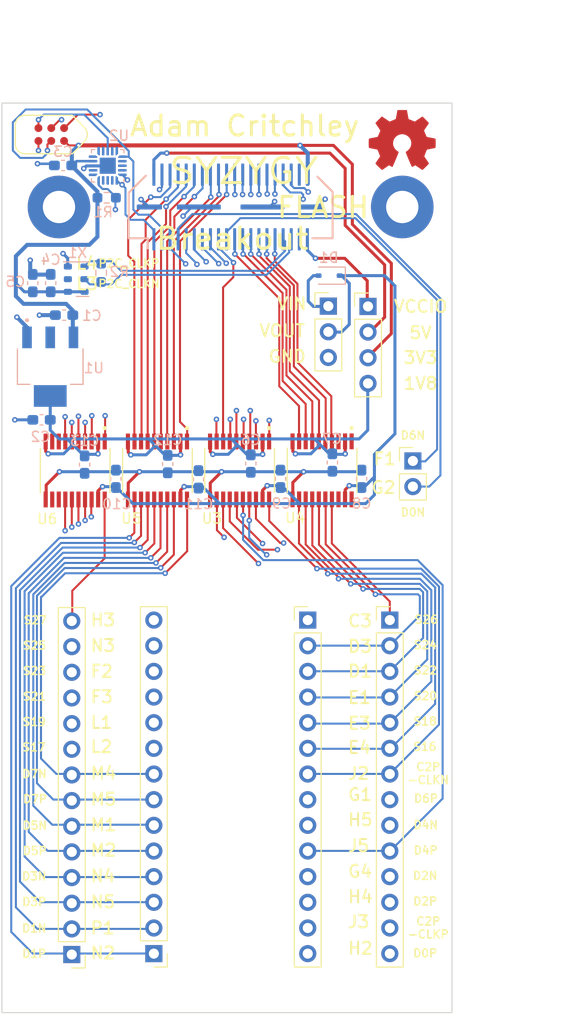
<source format=kicad_pcb>
(kicad_pcb (version 20221018) (generator pcbnew)
  (title_block (title "SYZYGY Breakout Flash") (date "2023-08-22") (rev "r1.0") (company "Adam Critchley") (comment 1 "SYZYGY Pod"))
  (layers (0 "F.Cu" signal) (1 "In1.Cu" signal) (2 "In2.Cu" power) (31 "B.Cu" signal) (34 "B.Paste" user) (35 "F.Paste" user) (36 "B.SilkS" user "B.Silkscreen") (37 "F.SilkS" user "F.Silkscreen") (38 "B.Mask" user) (39 "F.Mask" user) (44 "Edge.Cuts" user))
  (net 0 "")
  (net 1 "GND")
  (net 2 "/SCL")
  (net 3 "/SDA")
  (net 4 "/RGA")
  (net 5 "/D0_P")
  (net 6 "/D1_P")
  (net 7 "/D0_N")
  (net 8 "/D1_N")
  (net 9 "/D2_P")
  (net 10 "/D3_P")
  (net 11 "/D2_N")
  (net 12 "+5V")
  (net 13 "/D3_N")
  (net 14 "/D4_P")
  (net 15 "/D5_P")
  (net 16 "/D4_N")
  (net 17 "/D5_N")
  (net 18 "/D6_P")
  (net 19 "/D7_P")
  (net 20 "/D6_N")
  (net 21 "/D7_N")
  (net 22 "/S16")
  (net 23 "/S17")
  (net 24 "/S19")
  (net 25 "/S20")
  (net 26 "/S21")
  (net 27 "/S22")
  (net 28 "/S23")
  (net 29 "/S24")
  (net 30 "/S25")
  (net 31 "/S26")
  (net 32 "/S27")
  (net 33 "/P2C_CLK_P")
  (net 36 "+1V8")
  (net 37 "/S18")
  (net 38 "/P2C_CLK_N")
  (net 39 "VCCIO")
  (net 40 "+3V3")
  (net 42 "Net-(J2-Pin_1)")
  (net 43 "Net-(J2-Pin_2)")
  (net 44 "Net-(J2-Pin_3)")
  (net 45 "Net-(J2-Pin_4)")
  (net 46 "Net-(J2-Pin_5)")
  (net 47 "Net-(J2-Pin_6)")
  (net 48 "Net-(J2-Pin_7)")
  (net 49 "Net-(J2-Pin_8)")
  (net 50 "Net-(J2-Pin_9)")
  (net 51 "Net-(J2-Pin_10)")
  (net 52 "Net-(J2-Pin_11)")
  (net 53 "Net-(J2-Pin_12)")
  (net 54 "Net-(J2-Pin_13)")
  (net 55 "Net-(J2-Pin_14)")
  (net 56 "Net-(J3-Pin_1)")
  (net 57 "Net-(J3-Pin_2)")
  (net 58 "Net-(J3-Pin_3)")
  (net 59 "Net-(J3-Pin_4)")
  (net 60 "Net-(J3-Pin_5)")
  (net 61 "Net-(J3-Pin_6)")
  (net 62 "Net-(J3-Pin_7)")
  (net 63 "Net-(J3-Pin_8)")
  (net 64 "Net-(J3-Pin_9)")
  (net 65 "Net-(J3-Pin_10)")
  (net 66 "Net-(J3-Pin_11)")
  (net 67 "Net-(J3-Pin_12)")
  (net 68 "Net-(J3-Pin_13)")
  (net 69 "Net-(J3-Pin_14)")
  (net 70 "VCC")
  (net 71 "/Peripheral MCU/MISO")
  (net 72 "/Peripheral MCU/~{RESET}")
  (net 86 "/C2P_CLKP")
  (net 87 "/C2P_CLKN")
  (net 88 "Net-(D1-A)")
  (footprint "kicad-libs:SOP65P640X120-20N" (layer "F.Cu") (at 130.8706 116.572 -90)
    (fp_text reference "U3")
    (fp_text value "TXS0108EQPWRQ1")
  )
  (footprint "Connector_PinHeader_2.54mm:PinHeader_1x02_P2.54mm_Vertical" (layer "F.Cu") (at 148.034 115.627)
    (fp_text reference "J10" hide)
    (fp_text value "Conn_01x02")
  )
  (footprint "kicad-libs:SOP65P640X120-20N" (layer "F.Cu") (at 139.0396 116.5595 -90)
    (fp_text reference "U4")
    (fp_text value "TXS0108EQPWRQ1")
  )
  (footprint "Connector_PinHeader_2.54mm:PinHeader_1x14_P2.54mm_Vertical" (layer "F.Cu") (at 137.62 131.38)
    (fp_text reference "J2" hide)
    (fp_text value "Conn_01x14")
  )
  (footprint "Connector_PinHeader_2.54mm:PinHeader_1x04_P2.54mm_Vertical" (layer "F.Cu") (at 143.589 100.33)
    (fp_text reference "J4" hide)
    (fp_text value "Conn_01x04")
  )
  (footprint "Connector_PinHeader_2.54mm:PinHeader_1x03_P2.54mm_Vertical" (layer "F.Cu") (at 139.6593 100.3024)
    (fp_text reference "J5" hide)
    (fp_text value "Conn_01x03")
  )
  (footprint "Symbol:OSHW-Symbol_6.7x6mm_Copper" (layer "F.Cu") (at 146.9644 83.8708)
    (fp_text reference "REF**" hide)
    (fp_text value "OSHW-Symbol_6.7x6mm_Copper" hide)
  )
  (footprint "kicad-libs:SOP65P640X120-20N" (layer "F.Cu") (at 114.5862 116.572 -90)
    (fp_text reference "U6")
    (fp_text value "TXS0108EQPWRQ1")
  )
  (footprint "Connector_PinHeader_2.54mm:PinHeader_1x14_P2.54mm_Vertical" (layer "F.Cu") (at 122.3772 164.4 180)
    (fp_text reference "J3" hide)
    (fp_text value "Conn_01x14")
  )
  (footprint "Connector_PinHeader_2.54mm:PinHeader_1x14_P2.54mm_Vertical" (layer "F.Cu") (at 145.748 131.38)
    (fp_text reference "J9" hide)
    (fp_text value "Conn_01x14")
  )
  (footprint "Connector_PinHeader_2.54mm:PinHeader_1x14_P2.54mm_Vertical" (layer "F.Cu") (at 114.2492 164.4904 180)
    (fp_text reference "J8" hide)
    (fp_text value "Conn_01x14")
  )
  (footprint "pkl_tag_connect:TC2030-NL_SMALL" (layer "F.Cu") (at 112.2172 83.312 180)
    (fp_text reference "J6")
    (fp_text value "TagConnect")
  )
  (footprint "kicad-libs:SOP65P640X120-20N" (layer "F.Cu") (at 122.7362 116.572 -90)
    (fp_text reference "U5")
    (fp_text value "TXS0108EQPWRQ1")
  )
  (footprint "gsd-footprints:SYZYGY-STD-POD" (layer "B.Cu") (at 129.982 90.486 180)
    (fp_text reference "J1" hide)
    (fp_text value "SYZYGY-STD" hide)
  )
  (footprint "Capacitor_SMD:C_0603_1608Metric_Pad1.08x0.95mm_HandSolder" (layer "B.Cu") (at 110.3852 98.0239 90)
    (fp_text reference "C5")
    (fp_text value "0.1uF")
  )
  (footprint "Capacitor_SMD:C_0603_1608Metric_Pad1.08x0.95mm_HandSolder" (layer "B.Cu") (at 123.7516 115.9357 -90)
    (fp_text reference "C12")
    (fp_text value "0.1uF")
  )
  (footprint "Resistor_SMD:R_0603_1608Metric_Pad0.98x0.95mm_HandSolder" (layer "B.Cu") (at 117.7055 89.5718)
    (fp_text reference "R1")
    (fp_text value "10K")
  )
  (footprint "Diode_SMD:D_SOD-323" (layer "B.Cu") (at 139.734 97.282 180)
    (fp_text reference "D1")
    (fp_text value "BAT60A")
  )
  (footprint "Capacitor_SMD:C_0603_1608Metric_Pad1.08x0.95mm_HandSolder" (layer "B.Cu") (at 113.4872 101.1936)
    (fp_text reference "C1")
    (fp_text value "1uF")
  )
  (footprint "Capacitor_SMD:C_0603_1608Metric_Pad1.08x0.95mm_HandSolder" (layer "B.Cu") (at 112.1621 98.0197 90)
    (fp_text reference "C4")
    (fp_text value "1uF")
  )
  (footprint "Oscillator:Oscillator_SMD_Silicon_Labs_LGA-6_2.5x3.2mm_P1.25mm" (layer "B.Cu") (at 114.6851 97.6322)
    (fp_text reference "X1")
    (fp_text value "SG3225VAN")
  )
  (footprint "Capacitor_SMD:C_0603_1608Metric_Pad1.08x0.95mm_HandSolder" (layer "B.Cu") (at 134.9248 117.3977 90)
    (fp_text reference "C9")
    (fp_text value "0.1uF")
  )
  (footprint "Capacitor_SMD:C_0603_1608Metric_Pad1.08x0.95mm_HandSolder" (layer "B.Cu") (at 131.9812 115.8871 -90)
    (fp_text reference "C6")
    (fp_text value "0.1uF")
  )
  (footprint "Capacitor_SMD:C_0603_1608Metric_Pad1.08x0.95mm_HandSolder" (layer "B.Cu") (at 142.9512 117.3988 90)
    (fp_text reference "C8")
    (fp_text value "0.1uF")
  )
  (footprint "Capacitor_SMD:C_0603_1608Metric_Pad1.08x0.95mm_HandSolder" (layer "B.Cu") (at 118.618 117.3977 90)
    (fp_text reference "C10")
    (fp_text value "0.1uF")
  )
  (footprint "Capacitor_SMD:C_0603_1608Metric_Pad1.08x0.95mm_HandSolder" (layer "B.Cu") (at 111.2531 111.5568 180)
    (fp_text reference "C2")
    (fp_text value "1uF")
  )
  (footprint "Capacitor_SMD:C_0603_1608Metric_Pad1.08x0.95mm_HandSolder" (layer "B.Cu") (at 113.3875 86.375 180)
    (fp_text reference "C3")
    (fp_text value "0.1uF")
  )
  (footprint "kicad-libs:SOT230P700X180-4N" (layer "B.Cu") (at 112.1156 106.2946 -90)
    (fp_text reference "U1")
    (fp_text value "TLV1117LV18DCYT")
  )
  (footprint "Capacitor_SMD:C_0603_1608Metric_Pad1.08x0.95mm_HandSolder" (layer "B.Cu") (at 126.7968 117.4496 90)
    (fp_text reference "C11")
    (fp_text value "0.1uF")
  )
  (footprint "Capacitor_SMD:C_0603_1608Metric_Pad1.08x0.95mm_HandSolder" (layer "B.Cu") (at 115.522 115.9887 -90)
    (fp_text reference "C13")
    (fp_text value "0.1uF")
  )
  (footprint "Resistor_SMD:R_0603_1608Metric_Pad0.98x0.95mm_HandSolder" (layer "B.Cu") (at 117.1587 97.0007 90)
    (fp_text reference "R2")
    (fp_text value "100R")
  )
  (footprint "Package_DFN_QFN:QFN-20-1EP_3x3mm_P0.45mm_EP1.6x1.6mm" (layer "B.Cu") (at 117.808 86.403 90)
    (fp_text reference "U2")
    (fp_text value "ATtiny44A-MMH")
  )
  (footprint "Capacitor_SMD:C_0603_1608Metric_Pad1.08x0.95mm_HandSolder" (layer "B.Cu") (at 140.0584 115.7833 -90)
    (fp_text reference "C7")
    (fp_text value "0.1uF")
  )
  (gr_rect (start 107.3305 80.199) (end 151.9075 170.242) (stroke (width 0.1)) (fill none) (layer "Edge.Cuts"))
  (gr_text "D0N" (at 148.034 120.712) (layer "F.SilkS") (effects (font (size 0.8 0.8) (thickness 0.15) bold)))
  (gr_text "C3" (at 141.5 131.468252) (layer "F.SilkS") (effects (font (size 1.2 1.2) (thickness 0.2) bold) (justify left)))
  (gr_text "L1" (at 116 141.514701) (layer "F.SilkS") (effects (font (size 1.2 1.2) (thickness 0.2) bold) (justify left)))
  (gr_text "Adam Critchley" (at 119.84 83.628) (layer "F.SilkS") (effects (font (size 2 2) (thickness 0.3) bold) (justify left bottom)))
  (gr_text "L4" (at 114.554 96.0628) (layer "F.SilkS") (effects (font (size 1.2 1.2) (thickness 0.2) bold) (justify left)))
  (gr_text "D1P" (at 110.528296 164.408153) (layer "F.SilkS") (effects (font (size 0.8 0.8) (thickness 0.15) bold)))
  (gr_text "N2" (at 116 164.338) (layer "F.SilkS") (effects (font (size 1.2 1.2) (thickness 0.2) bold) (justify left)))
  (gr_text "L3" (at 114.581001 98.0948) (layer "F.SilkS") (effects (font (size 1.2 1.2) (thickness 0.2) bold) (justify left)))
  (gr_text "S18" (at 149.248395 141.404863) (layer "F.SilkS") (effects (font (size 0.8 0.8) (thickness 0.15) bold)))
  (gr_text "D1N" (at 110.528296 161.896998) (layer "F.SilkS") (effects (font (size 0.8 0.8) (thickness 0.15) bold)))
  (gr_text "GND" (at 135.588 105.283) (layer "F.SilkS") (effects (font (size 1.2 1.2) (thickness 0.2))))
  (gr_text "C2P\n-CLKP" (at 149.558 161.845121) (layer "F.SilkS") (effects (font (size 0.8 0.8) (thickness 0.15) bold)))
  (gr_text "E4" (at 141.5 143.997023) (layer "F.SilkS") (effects (font (size 1.2 1.2) (thickness 0.2) bold) (justify left)))
  (gr_text "S24" (at 149.275396 133.844398) (layer "F.SilkS") (effects (font (size 0.8 0.8) (thickness 0.15) bold)))
  (gr_text "VIN" (at 136.045414 100.076) (layer "F.SilkS") (effects (font (size 1.2 1.2) (thickness 0.2))))
  (gr_text "D2N" (at 149.248395 156.687804) (layer "F.SilkS") (effects (font (size 0.8 0.8) (thickness 0.15) bold)))
  (gr_text "F2" (at 116 136.446606) (layer "F.SilkS") (effects (font (size 1.2 1.2) (thickness 0.2) bold) (justify left)))
  (gr_text "D3" (at 141.5 133.979406) (layer "F.SilkS") (effects (font (size 1.2 1.2) (thickness 0.2) bold) (justify left)))
  (gr_text "D4P" (at 149.302398 154.176649) (layer "F.SilkS") (effects (font (size 0.8 0.8) (thickness 0.15) bold)))
  (gr_text "P2C_CLKN" (at 119.915001 98.0948) (layer "F.SilkS") (effects (font (size 0.8 0.8) (thickness 0.15) bold)))
  (gr_text "C2P\n-CLKN" (at 149.558 146.562181) (layer "F.SilkS") (effects (font (size 0.8 0.8) (thickness 0.15) bold)))
  (gr_text "D5N" (at 110.582299 151.717372) (layer "F.SilkS") (effects (font (size 0.8 0.8) (thickness 0.15) bold)))
  (gr_text "H2" (at 141.5 163.870246) (layer "F.SilkS") (effects (font (size 1.2 1.2) (thickness 0.2) bold) (justify left)))
  (gr_text "N3" (at 116 133.912559) (layer "F.SilkS") (effects (font (size 1.2 1.2) (thickness 0.2) bold) (justify left)))
  (gr_text "S16" (at 149.221393 143.916018) (layer "F.SilkS") (effects (font (size 0.8 0.8) (thickness 0.15) bold)))
  (gr_text "G4" (at 141.5 156.255777) (layer "F.SilkS") (effects (font (size 1.2 1.2) (thickness 0.2) bold) (justify left)))
  (gr_text "S22" (at 149.275396 136.355552) (layer "F.SilkS") (effects (font (size 0.8 0.8) (thickness 0.15) bold)))
  (gr_text "S25" (at 110.555297 133.896275) (layer "F.SilkS") (effects (font (size 0.8 0.8) (thickness 0.15) bold)))
  (gr_text "G1" (at 141.5 148.658704) (layer "F.SilkS") (effects (font (size 1.2 1.2) (thickness 0.2) bold) (justify left)))
  (gr_text "S20" (at 149.275396 138.893709) (layer "F.SilkS") (effects (font (size 0.8 0.8) (thickness 0.15) bold)))
  (gr_text "S27" (at 110.636302 131.38512) (layer "F.SilkS") (effects (font (size 0.8 0.8) (thickness 0.15) bold)))
  (gr_text "D7N" (at 110.555297 146.614058) (layer "F.SilkS") (effects (font (size 0.8 0.8) (thickness 0.15) bold)))
  (gr_text "Breakout" (at 122.38 94.8548) (layer "F.SilkS") (effects (font (size 2.1 2.3) (thickness 0.3) bold) (justify left bottom)))
  (gr_text "S19" (at 110.528296 141.45674) (layer "F.SilkS") (effects (font (size 0.8 0.8) (thickness 0.15) bold)))
  (gr_text "D1" (at 141.5 136.436557) (layer "F.SilkS") (effects (font (size 1.2 1.2) (thickness 0.2) bold) (justify left)))
  (gr_text "E3" (at 141.5 141.593875) (layer "F.SilkS") (effects (font (size 1.2 1.2) (thickness 0.2) bold) (justify left)))
  (gr_text "D7P" (at 110.609301 149.098211) (layer "F.SilkS") (effects (font (size 0.8 0.8) (thickness 0.15) bold)))
  (gr_text "S26" (at 149.356401 131.333243) (layer "F.SilkS") (effects (font (size 0.8 0.8) (thickness 0.15) bold)))
  (gr_text "1V8\n" (at 148.796 107.95) (layer "F.SilkS") (effects (font (size 1.2 1.2) (thickness 0.2))))
  (gr_text "M4" (at 116 146.52888) (layer "F.SilkS") (effects (font (size 1.2 1.2) (thickness 0.2) bold) (justify left)))
  (gr_text "E1" (at 141.5 139.055719) (layer "F.SilkS") (effects (font (size 1.2 1.2) (thickness 0.2) bold) (justify left)))
  (gr_text "D5P" (at 110.582299 154.228526) (layer "F.SilkS") (effects (font (size 0.8 0.8) (thickness 0.15) bold)))
  (gr_text "N4" (at 116 156.718985) (layer "F.SilkS") (effects (font (size 1.2 1.2) (thickness 0.2) bold) (justify left)))
  (gr_text "D2P" (at 149.248395 159.22596) (layer "F.SilkS") (effects (font (size 0.8 0.8) (thickness 0.15) bold)))
  (gr_text "H3" (at 116 131.378511) (layer "F.SilkS") (effects (font (size 1.2 1.2) (thickness 0.2) bold) (justify left)))
  (gr_text "J2" (at 141.5 146.556383) (layer "F.SilkS") (effects (font (size 1.2 1.2) (thickness 0.2) bold) (justify left)))
  (gr_text "D6N" (at 148.034 113.092) (layer "F.SilkS") (effects (font (size 0.8 0.8) (thickness 0.15) bold)))
  (gr_text "VCCIO" (at 148.796 100.33) (layer "F.SilkS") (effects (font (size 1.2 1.2) (thickness 0.2))))
  (gr_text "J3" (at 141.5 161.251085) (layer "F.SilkS") (effects (font (size 1.2 1.2) (thickness 0.2) bold) (justify left)))
  (gr_text "D4N" (at 149.302398 151.665495) (layer "F.SilkS") (effects (font (size 0.8 0.8) (thickness 0.15) bold)))
  (gr_text "J5" (at 141.5 153.714053) (layer "F.SilkS") (effects (font (size 1.2 1.2) (thickness 0.2) bold) (justify left)))
  (gr_text "H5" (at 141.5 151.152463) (layer "F.SilkS") (effects (font (size 1.2 1.2) (thickness 0.2) bold) (justify left)))
  (gr_text "M1" (at 116 151.65089) (layer "F.SilkS") (effects (font (size 1.2 1.2) (thickness 0.2) bold) (justify left)))
  (gr_text "M2" (at 116 154.15798) (layer "F.SilkS") (effects (font (size 1.2 1.2) (thickness 0.2) bold) (justify left)))
  (gr_text "P2C_CLKP" (at 119.915001 96.0628) (layer "F.SilkS") (effects (font (size 0.8 0.8) (thickness 0.15) bold)))
  (gr_text "S21" (at 110.555297 138.945586) (layer "F.SilkS") (effects (font (size 0.8 0.8) (thickness 0.15) bold)))
  (gr_text "S17" (at 110.501294 143.967895) (layer "F.SilkS") (effects (font (size 0.8 0.8) (thickness 0.15) bold)))
  (gr_text "G2" (at 143.8148 118.2624) (layer "F.SilkS") (effects (font (size 1.2 1.2) (thickness 0.2) bold) (justify left)))
  (gr_text "N5" (at 116 159.279991) (layer "F.SilkS") (effects (font (size 1.2 1.2) (thickness 0.2) bold) (justify left)))
  (gr_text "5V" (at 148.796 102.943216) (layer "F.SilkS") (effects (font (size 1.2 1.2) (thickness 0.2))))
  (gr_text "F1" (at 144.018 115.4176) (layer "F.SilkS") (effects (font (size 1.2 1.2) (thickness 0.2) bold) (justify left)))
  (gr_text "3V3" (at 148.796 105.41) (layer "F.SilkS") (effects (font (size 1.2 1.2) (thickness 0.2))))
  (gr_text "FLASH" (at 134.4168 91.694) (layer "F.SilkS") (effects (font (size 2 2) (thickness 0.3) bold) (justify left bottom)))
  (gr_text "D3P" (at 110.528296 159.277837) (layer "F.SilkS") (effects (font (size 0.8 0.8) (thickness 0.15) bold)))
  (gr_text "SYZYGY" (at 131.27 86.93) (layer "F.SilkS") (effects (font (size 2.5 2.7) (thickness 0.3))))
  (gr_text "F3" (at 116 138.980654) (layer "F.SilkS") (effects (font (size 1.2 1.2) (thickness 0.2) bold) (justify left)))
  (gr_text "D3N" (at 110.528296 156.739681) (layer "F.SilkS") (effects (font (size 0.8 0.8) (thickness 0.15) bold)))
  (gr_text "P1" (at 116 161.867954) (layer "F.SilkS") (effects (font (size 1.2 1.2) (thickness 0.2) bold) (justify left)))
  (gr_text "VOUT" (at 135.08 102.743) (layer "F.SilkS") (effects (font (size 1.2 1.2) (thickness 0.2))))
  (gr_text "H4" (at 141.5 158.766932) (layer "F.SilkS") (effects (font (size 1.2 1.2) (thickness 0.2) bold) (justify left)))
  (gr_text "L2" (at 116 143.913959) (layer "F.SilkS") (effects (font (size 1.2 1.2) (thickness 0.2) bold) (justify left)))
  (gr_text "D6P" (at 149.3294 149.046334) (layer "F.SilkS") (effects (font (size 0.8 0.8) (thickness 0.15) bold)))
  (gr_text "S23" (at 110.555297 136.407429) (layer "F.SilkS") (effects (font (size 0.8 0.8) (thickness 0.15) bold)))
  (gr_text "D0P" (at 149.248395 164.356276) (layer "F.SilkS") (effects (font (size 0.8 0.8) (thickness 0.15) bold)))
  (gr_text "M5" (at 116 149.116843) (layer "F.SilkS") (effects (font (size 1.2 1.2) (thickness 0.2) bold) (justify left)))
  (segment (start 110.95 84.898) (end 110.95 83.9244) (width 0.2) (layer "F.Cu") (net 1))
  (segment (start 136.144 117.7614) (end 136.144 119.888) (width 0.3) (layer "F.Cu") (net 1))
  (segment (start 127.9652 119.9388) (end 127.9652 117.8122) (width 0.3) (layer "F.Cu") (net 1))
  (segment (start 111.712 118.0126) (end 111.712 119.8992) (width 0.3) (layer "F.Cu") (net 1))
  (segment (start 113.03 116.6946) (end 111.712 118.0126) (width 0.3) (layer "F.Cu") (net 1))
  (segment (start 137.2108 116.6946) (end 136.144 117.7614) (width 0.3) (layer "F.Cu") (net 1))
  (segment (start 119.84 117.8094) (end 119.84 119.8484) (width 0.3) (layer "F.Cu") (net 1))
  (segment (start 120.9548 116.6946) (end 119.84 117.8094) (width 0.3) (layer "F.Cu") (net 1))
  (segment (start 127.9652 117.8122) (end 129.0828 116.6946) (width 0.3) (layer "F.Cu") (net 1))
  (via (at 120.9548 116.6946) (size 0.55) (drill 0.25) (layers "F.Cu" "B.Cu") (net 1))
  (via locked (at 111.0488 101.1936) (size 0.55) (drill 0.25) (layers "F.Cu" "B.Cu") (net 1))
  (via locked (at 110.95 84.898) (size 0.55) (drill 0.25) (layers "F.Cu" "B.Cu") (net 1))
  (via locked (at 113.3856 95.0976) (size 0.55) (drill 0.25) (layers "F.Cu" "B.Cu") (net 1))
  (via locked (at 108.8136 101.3968) (size 0.55) (drill 0.25) (layers "F.Cu" "B.Cu") (net 1))
  (via locked (at 125.2728 91.3892) (size 0.55) (drill 0.25) (layers "F.Cu" "B.Cu") (net 1))
  (via (at 139.3444 89.7128) (size 0.55) (drill 0.25) (layers "F.Cu" "B.Cu") (net 1))
  (via (at 137.2108 116.6946) (size 0.55) (drill 0.25) (layers "F.Cu" "B.Cu") (net 1))
  (via locked (at 121.11 89.741873) (size 0.55) (drill 0.25) (layers "F.Cu" "B.Cu") (net 1))
  (via (at 129.0828 116.6946) (size 0.55) (drill 0.25) (layers "F.Cu" "B.Cu") (net 1))
  (via (at 110.85 86.2) (size 0.55) (drill 0.25) (layers "F.Cu" "B.Cu") (net 1))
  (via locked (at 108.6104 111.5568) (size 0.55) (drill 0.25) (layers "F.Cu" "B.Cu") (net 1))
  (via (at 113.03 116.6946) (size 0.55) (drill 0.25) (layers "F.Cu" "B.Cu") (net 1))
  (via locked (at 110.1344 95.758) (size 0.55) (drill 0.25) (layers "F.Cu" "B.Cu") (net 1))
  (via locked (at 115.436972 86.676) (size 0.55) (drill 0.25) (layers "F.Cu" "B.Cu") (net 1))
  (via locked (at 134.337927 89.942102) (size 0.55) (drill 0.25) (layers "F.Cu" "B.Cu") (net 1))
  (segment locked (start 110.4392 97.1804) (end 110.1344 96.8756) (width 0.4) (layer "B.Cu") (net 1))
  (segment locked (start 108.6104 111.5568) (end 110.2868 111.5568) (width 0.3) (layer "B.Cu") (net 1))
  (segment (start 110.8456 86.2076) (end 110.8456 86.2044) (width 0.25) (layer "B.Cu") (net 1))
  (segment (start 120.9548 116.6946) (end 129.0828 116.6946) (width 0.3) (layer "B.Cu") (net 1))
  (segment (start 139.3444 89.7128) (end 138.5712 90.486) (width 0.2) (layer "B.Cu") (net 1))
  (segment locked (start 115.690972 86.422) (end 117.808 86.422) (width 0.3) (layer "B.Cu") (net 1))
  (segment (start 110.8456 86.2044) (end 110.85 86.2) (width 0.25) (layer "B.Cu") (net 1))
  (segment locked (start 134.337927 89.942102) (end 133.794029 90.486) (width 0.2) (layer "B.Cu") (net 1))
  (segment locked (start 113.8456 95.5576) (end 113.3856 95.0976) (width 0.3) (layer "B.Cu") (net 1))
  (segment locked (start 125.2728 91.3892) (end 126.1872 90.4748) (width 0.2) (layer "B.Cu") (net 1))
  (segment locked (start 109.8804 103.4288) (end 109.8804 102.4636) (width 0.4) (layer "B.Cu") (net 1))
  (segment (start 138.5712 90.486) (end 138.032 90.486) (width 0.2) (layer "B.Cu") (net 1))
  (segment (start 113.03 116.6946) (end 120.9548 116.6946) (width 0.3) (layer "B.Cu") (net 1))
  (segment locked (start 112.6236 101.1936) (end 111.0488 101.1936) (width 0.4) (layer "B.Cu") (net 1))
  (segment locked (start 110.1344 96.8756) (end 110.1344 95.758) (width 0.4) (layer "B.Cu") (net 1))
  (segment locked (start 121.854127 90.486) (end 121.11 89.741873) (width 0.3) (layer "B.Cu") (net 1))
  (segment locked (start 109.3724 101.9556) (end 108.8136 101.3968) (width 0.4) (layer "B.Cu") (net 1))
  (segment locked (start 133.794029 90.486) (end 133.132 90.486) (width 0.2) (layer "B.Cu") (net 1))
  (segment locked (start 112.1664 97.1804) (end 110.4392 97.1804) (width 0.4) (layer "B.Cu") (net 1))
  (segment locked (start 109.8804 102.4636) (end 109.3724 101.9556) (width 0.4) (layer "B.Cu") (net 1))
  (segment locked (start 126.1872 90.4748) (end 126.8476 90.4748) (width 0.2) (layer "B.Cu") (net 1))
  (segment locked (start 113.8456 96.029) (end 113.8456 95.5576) (width 0.3) (layer "B.Cu") (net 1))
  (segment locked (start 113.8456 96.029) (end 113.8456 96.393) (width 0.3) (layer "B.Cu") (net 1))
  (segment locked (start 115.436972 86.676) (end 115.690972 86.422) (width 0.3) (layer "B.Cu") (net 1))
  (segment (start 110.8456 86.2076) (end 112.4204 86.2076) (width 0.25) (layer "B.Cu") (net 1))
  (segment (start 129.0828 116.6946) (end 137.2108 116.6946) (width 0.3) (layer "B.Cu") (net 1))
  (segment (start 137.2108 116.6946) (end 143.0458 116.6946) (width 0.3) (layer "B.Cu") (net 1))
  (segment (start 113.236 81.85) (end 113.0696 81.85) (width 0.2) (layer "F.Cu") (net 2))
  (segment (start 113.0696 81.85) (end 112.2172 82.7024) (width 0.2) (layer "F.Cu") (net 2))
  (via locked (at 119.231 88.2831) (size 0.55) (drill 0.25) (layers "F.Cu" "B.Cu") (net 2))
  (via locked (at 113.236 81.85) (size 0.55) (drill 0.25) (layers "F.Cu" "B.Cu") (net 2))
  (segment locked (start 118.708 87.853) (end 119.138 88.2831) (width 0.2) (layer "B.Cu") (net 2))
  (segment locked (start 122.382 93.1045) (end 122.382 93.686) (width 0.2) (layer "B.Cu") (net 2))
  (segment locked (start 121.364 91.756) (end 122.382 92.774) (width 0.2) (layer "B.Cu") (net 2))
  (segment locked (start 120.094 91.756) (end 121.364 91.756) (width 0.2) (layer "B.Cu") (net 2))
  (segment locked (start 122.382 92.774) (end 122.382 93.1045) (width 0.2) (layer "B.Cu") (net 2))
  (segment locked (start 119.568 88.6202) (end 119.568 91.23) (width 0.2) (layer "B.Cu") (net 2))
  (segment locked (start 119.231 88.2831) (end 119.568 88.6202) (width 0.2) (layer "B.Cu") (net 2))
  (segment locked (start 119.568 91.23) (end 120.094 91.756) (width 0.2) (layer "B.Cu") (net 2))
  (segment locked (start 119.138 88.2831) (end 119.231 88.2831) (width 0.2) (layer "B.Cu") (net 2))
  (segment locked (start 111.839 84.898) (end 111.839 84.4402) (width 0.2) (layer "F.Cu") (net 3))
  (segment (start 111.839 84.2998) (end 112.2172 83.9216) (width 0.2) (layer "F.Cu") (net 3))
  (segment (start 111.839 84.4402) (end 111.839 84.2998) (width 0.2) (layer "F.Cu") (net 3))
  (via locked (at 111.839 84.898) (size 0.55) (drill 0.25) (layers "F.Cu" "B.Cu") (net 3))
  (segment locked (start 120.856 91.248) (end 120.348 90.74) (width 0.2) (layer "B.Cu") (net 3))
  (segment locked (start 123.182 92.558) (end 121.872 91.248) (width 0.2) (layer "B.Cu") (net 3))
  (segment locked (start 119.888809 85.515076) (end 119.271362 85.515076) (width 0.2) (layer "B.Cu") (net 3))
  (segment locked (start 123.182 92.9817) (end 123.182 93.686) (width 0.2) (layer "B.Cu") (net 3))
  (segment locked (start 111.839 84.898) (end 111.839 85.152) (width 0.2) (layer "B.Cu") (net 3))
  (segment locked (start 121.872 91.248) (end 120.856 91.248) (width 0.2) (layer "B.Cu") (net 3))
  (segment locked (start 111.364 85.627) (end 109.139 85.627) (width 0.2) (layer "B.Cu") (net 3))
  (segment locked (start 120.348 85.974267) (end 119.888809 85.515076) (width 0.2) (layer "B.Cu") (net 3))
  (segment locked (start 109.139 85.627) (end 108.41 84.898) (width 0.2) (layer "B.Cu") (net 3))
  (segment locked (start 115.776 80.834) (end 109.68 80.834) (width 0.2) (layer "B.Cu") (net 3))
  (segment locked (start 111.839 85.152) (end 111.364 85.627) (width 0.2) (layer "B.Cu") (net 3))
  (segment locked (start 119.888809 84.946809) (end 119.888809 85.515076) (width 0.2) (layer "B.Cu") (net 3))
  (segment locked (start 115.776 80.834) (end 119.888809 84.946809) (width 0.2) (layer "B.Cu") (net 3))
  (segment locked (start 108.41 84.898) (end 108.41 82.104) (width 0.2) (layer "B.Cu") (net 3))
  (segment locked (start 123.182 92.9817) (end 123.182 92.558) (width 0.2) (layer "B.Cu") (net 3))
  (segment locked (start 120.348 90.74) (end 120.348 85.974267) (width 0.2) (layer "B.Cu") (net 3))
  (segment locked (start 109.68 80.834) (end 108.41 82.104) (width 0.2) (layer "B.Cu") (net 3))
  (via locked (at 118.57 90.74) (size 0.55) (drill 0.25) (layers "F.Cu" "B.Cu") (net 4))
  (via locked (at 122.942 88.7637) (size 0.55) (drill 0.25) (layers "F.Cu" "B.Cu") (net 4))
  (segment locked (start 116.919 88.327) (end 116.919 88.073) (width 0.2) (layer "B.Cu") (net 4))
  (segment locked (start 118.57 90.74) (end 118.57 89.47) (width 0.2) (layer "B.Cu") (net 4))
  (segment locked (start 122.942 88.7637) (end 123.182 88.524) (width 0.2) (layer "B.Cu") (net 4))
  (segment locked (start 116.919 87.946) (end 116.908 87.935) (width 0.2) (layer "B.Cu") (net 4))
  (segment locked (start 118.57 89.47) (end 117.808 88.708) (width 0.2) (layer "B.Cu") (net 4))
  (segment locked (start 117.3 88.708) (end 116.919 88.327) (width 0.2) (layer "B.Cu") (net 4))
  (segment locked (start 116.919 88.327) (end 116.919 88.073) (width 0.2) (layer "B.Cu") (net 4))
  (segment locked (start 116.908 87.935) (end 116.908 87.853) (width 0.2) (layer "B.Cu") (net 4))
  (segment locked (start 123.182 88.524) (end 123.182 87.286) (width 0.2) (layer "B.Cu") (net 4))
  (segment locked (start 116.919 88.073) (end 116.919 87.819) (width 0.2) (layer "B.Cu") (net 4))
  (segment locked (start 117.808 88.708) (end 117.3 88.708) (width 0.2) (layer "B.Cu") (net 4))
  (segment (start 128.5748 111.506) (end 128.5748 113.6396) (width 0.2) (layer "F.Cu") (net 5))
  (via (at 125.5268 96.1136) (size 0.55) (drill 0.25) (layers "F.Cu" "B.Cu") (net 5))
  (via (at 128.5748 111.506) (size 0.55) (drill 0.25) (layers "F.Cu" "B.Cu") (net 5))
  (segment (start 124.0028 93.7768) (end 124.0028 94.51339) (width 0.2) (layer "B.Cu") (net 5))
  (segment (start 124.0028 94.5388) (end 124.0028 94.5896) (width 0.2) (layer "B.Cu") (net 5))
  (segment (start 124.0028 94.5896) (end 125.5268 96.1136) (width 0.2) (layer "B.Cu") (net 5))
  (segment (start 119.8372 91.7448) (end 119.8372 95.3008) (width 0.2) (layer "F.Cu") (net 6))
  (segment (start 120.4468 95.9104) (end 120.4468 113.6396) (width 0.2) (layer "F.Cu") (net 6))
  (segment (start 122.0724 89.5096) (end 119.8372 91.7448) (width 0.2) (layer "F.Cu") (net 6))
  (segment (start 119.8372 95.3008) (end 120.4468 95.9104) (width 0.2) (layer "F.Cu") (net 6))
  (via (at 122.0724 89.5096) (size 0.55) (drill 0.25) (layers "F.Cu" "B.Cu") (net 6))
  (segment (start 124.0028 88.5444) (end 124.0028 87.2744) (width 0.2) (layer "B.Cu") (net 6))
  (segment (start 122.0724 89.5096) (end 123.0376 89.5096) (width 0.2) (layer "B.Cu") (net 6))
  (segment (start 123.0376 89.5096) (end 124.0028 88.5444) (width 0.2) (layer "B.Cu") (net 6))
  (segment (start 124.8156 93.726) (end 124.8156 92.916521) (width 0.2) (layer "B.Cu") (net 7))
  (segment (start 150.762752 117.054848) (end 149.6568 118.1608) (width 0.2) (layer "B.Cu") (net 7))
  (segment (start 142.397648 91.186) (end 150.762752 99.551104) (width 0.2) (layer "B.Cu") (net 7))
  (segment (start 149.6568 118.1608) (end 148.0312 118.1608) (width 0.2) (layer "B.Cu") (net 7))
  (segment (start 124.8156 92.556336) (end 126.185936 91.186) (width 0.2) (layer "B.Cu") (net 7))
  (segment (start 124.8156 92.9132) (end 124.8156 92.556336) (width 0.2) (layer "B.Cu") (net 7))
  (segment (start 150.762752 99.551104) (end 150.762752 117.054848) (width 0.2) (layer "B.Cu") (net 7))
  (segment (start 126.185936 91.186) (end 142.397648 91.186) (width 0.2) (layer "B.Cu") (net 7))
  (segment (start 121.5644 93.726) (end 121.158 94.1324) (width 0.2) (layer "F.Cu") (net 8))
  (segment (start 123.5964 89.7128) (end 121.5644 91.7448) (width 0.2) (layer "F.Cu") (net 8))
  (segment (start 121.158 94.1324) (end 121.158 113.6396) (width 0.2) (layer "F.Cu") (net 8))
  (segment (start 121.5644 91.7448) (end 121.5644 93.726) (width 0.2) (layer "F.Cu") (net 8))
  (via (at 123.5964 89.7128) (size 0.55) (drill 0.25) (layers "F.Cu" "B.Cu") (net 8))
  (segment (start 124.7648 87.2236) (end 124.7648 88.5444) (width 0.2) (layer "B.Cu") (net 8))
  (segment (start 124.7648 88.5444) (end 123.5964 89.7128) (width 0.2) (layer "B.Cu") (net 8))
  (segment (start 129.9464 111.506) (end 129.9464 113.5888) (width 0.2) (layer "F.Cu") (net 9))
  (via (at 126.6444 96.1644) (size 0.55) (drill 0.25) (layers "F.Cu" "B.Cu") (net 9))
  (via (at 129.9464 111.506) (size 0.55) (drill 0.25) (layers "F.Cu" "B.Cu") (net 9))
  (segment (start 126.6444 96.1136) (end 126.6444 96.1644) (width 0.3) (layer "B.Cu") (net 9))
  (segment (start 125.5776 95.0468) (end 126.6444 96.1136) (width 0.2) (layer "B.Cu") (net 9))
  (segment (start 125.5776 93.726) (end 125.5776 95.0468) (width 0.2) (layer "B.Cu") (net 9))
  (segment (start 123.5835 90.448415) (end 123.5835 92.169348) (width 0.2) (layer "F.Cu") (net 10))
  (segment (start 121.7676 93.985248) (end 121.7676 113.6396) (width 0.2) (layer "F.Cu") (net 10))
  (segment (start 123.5835 92.169348) (end 121.7676 93.985248) (width 0.2) (layer "F.Cu") (net 10))
  (via (at 123.5835 90.448415) (size 0.55) (drill 0.25) (layers "F.Cu" "B.Cu") (net 10))
  (segment (start 125.5776 88.454315) (end 123.5835 90.448415) (width 0.2) (layer "B.Cu") (net 10))
  (segment (start 125.5776 87.2236) (end 125.5776 88.454315) (width 0.2) (layer "B.Cu") (net 10))
  (segment (start 130.556 110.6424) (end 130.556 113.5888) (width 0.2) (layer "F.Cu") (net 11))
  (via (at 130.556 110.6424) (size 0.55) (drill 0.25) (layers "F.Cu" "B.Cu") (net 11))
  (via (at 127.5588 95.9104) (size 0.55) (drill 0.25) (layers "F.Cu" "B.Cu") (net 11))
  (segment (start 126.3396 94.6404) (end 126.3396 93.726) (width 0.2) (layer "B.Cu") (net 11))
  (segment (start 127.508 95.8596) (end 127.5588 95.9104) (width 0.3) (layer "B.Cu") (net 11))
  (segment (start 126.3396 94.6912) (end 127.508 95.8596) (width 0.2) (layer "B.Cu") (net 11))
  (segment locked (start 141.3256 86.6648) (end 139.8128 85.152) (width 0.3) (layer "F.Cu") (net 12))
  (segment (start 141.3256 91.229354) (end 141.3256 92.3036) (width 0.3) (layer "F.Cu") (net 12))
  (segment (start 145.2372 96.2152) (end 145.2372 101.3968) (width 0.3) (layer "F.Cu") (net 12))
  (segment (start 141.3256 92.3036) (end 145.2372 96.2152) (width 0.3) (layer "F.Cu") (net 12))
  (segment locked (start 139.8128 85.152) (end 123.65 85.152) (width 0.3) (layer "F.Cu") (net 12))
  (segment (start 145.2372 101.3968) (end 143.51 103.124) (width 0.3) (layer "F.Cu") (net 12))
  (segment locked (start 141.3256 91.229354) (end 141.3256 86.6648) (width 0.3) (layer "F.Cu") (net 12))
  (via locked (at 123.65 85.152) (size 0.55) (drill 0.25) (layers "F.Cu" "B.Cu") (net 12))
  (segment locked (start 123.0404 85.152) (end 122.38 85.8124) (width 0.3) (layer "B.Cu") (net 12))
  (segment locked (start 123.65 85.152) (end 123.0404 85.152) (width 0.3) (layer "B.Cu") (net 12))
  (segment locked (start 122.38 87.438) (end 122.38 85.8124) (width 0.3) (layer "B.Cu") (net 12))
  (segment (start 124.0028 90.8304) (end 124.0028 92.3544) (width 0.2) (layer "F.Cu") (net 13))
  (segment (start 122.428 93.9292) (end 122.6312 93.726) (width 0.2) (layer "F.Cu") (net 13))
  (segment (start 122.428 113.6396) (end 122.428 93.9292) (width 0.2) (layer "F.Cu") (net 13))
  (segment (start 124.0028 92.3544) (end 122.6312 93.726) (width 0.2) (layer "F.Cu") (net 13))
  (segment (start 125.3744 89.4588) (end 124.0028 90.8304) (width 0.2) (layer "F.Cu") (net 13))
  (via (at 125.3744 89.4588) (size 0.55) (drill 0.25) (layers "F.Cu" "B.Cu") (net 13))
  (segment (start 125.3744 89.4588) (end 126.3396 88.4936) (width 0.2) (layer "B.Cu") (net 13))
  (segment (start 126.3396 88.4936) (end 126.3396 87.2236) (width 0.2) (layer "B.Cu") (net 13))
  (segment (start 131.2672 111.506) (end 131.2672 113.5888) (width 0.2) (layer "F.Cu") (net 14))
  (via (at 128.800535 96.091065) (size 0.55) (drill 0.25) (layers "F.Cu" "B.Cu") (net 14))
  (via (at 131.2672 111.506) (size 0.55) (drill 0.25) (layers "F.Cu" "B.Cu") (net 14))
  (segment (start 127.2032 94.51379) (end 128.7272 96.03779) (width 0.2) (layer "B.Cu") (net 14))
  (segment (start 127.2032 93.6752) (end 127.2032 94.51379) (width 0.2) (layer "B.Cu") (net 14))
  (segment (start 128.74726 96.03779) (end 128.800535 96.091065) (width 0.3) (layer "B.Cu") (net 14))
  (segment (start 128.7272 96.03779) (end 128.74726 96.03779) (width 0.3) (layer "B.Cu") (net 14))
  (segment (start 124.4092 92.5576) (end 124.4092 91.44) (width 0.2) (layer "F.Cu") (net 15))
  (segment (start 124.4092 91.44) (end 126.3904 89.4588) (width 0.2) (layer "F.Cu") (net 15))
  (segment (start 123.0884 93.8784) (end 124.4092 92.5576) (width 0.2) (layer "F.Cu") (net 15))
  (segment (start 123.0884 113.5888) (end 123.0884 93.8784) (width 0.2) (layer "F.Cu") (net 15))
  (via (at 126.3904 89.4588) (size 0.55) (drill 0.25) (layers "F.Cu" "B.Cu") (net 15))
  (segment (start 127.2032 88.646) (end 127.2032 87.2744) (width 0.2) (layer "B.Cu") (net 15))
  (segment (start 126.3904 89.4588) (end 127.2032 88.646) (width 0.2) (layer "B.Cu") (net 15))
  (segment (start 131.9276 110.6424) (end 131.9276 113.5888) (width 0.2) (layer "F.Cu") (net 16))
  (via (at 131.9276 110.6424) (size 0.55) (drill 0.25) (layers "F.Cu" "B.Cu") (net 16))
  (via (at 129.546105 96.056695) (size 0.55) (drill 0.25) (layers "F.Cu" "B.Cu") (net 16))
  (segment (start 127.9652 94.47579) (end 129.4892 95.99979) (width 0.2) (layer "B.Cu") (net 16))
  (segment (start 129.4892 95.99979) (end 129.546105 96.056695) (width 0.3) (layer "B.Cu") (net 16))
  (segment (start 127.9652 93.6752) (end 127.9652 94.47579) (width 0.2) (layer "B.Cu") (net 16))
  (segment (start 123.698 93.8784) (end 128.016 89.5604) (width 0.2) (layer "F.Cu") (net 17))
  (segment (start 128.016 89.5604) (end 128.016 89.5096) (width 0.2) (layer "F.Cu") (net 17))
  (segment (start 123.698 113.5888) (end 123.698 93.8784) (width 0.2) (layer "F.Cu") (net 17))
  (via (at 128.016 89.5096) (size 0.55) (drill 0.25) (layers "F.Cu" "B.Cu") (net 17))
  (segment (start 128.016 89.5096) (end 128.016 87.2744) (width 0.2) (layer "B.Cu") (net 17))
  (segment (start 129.2352 98.4504) (end 130.2512 97.4344) (width 0.2) (layer "F.Cu") (net 18))
  (segment (start 130.2512 97.4344) (end 130.2512 96.012) (width 0.2) (layer "F.Cu") (net 18))
  (segment (start 129.2352 113.5888) (end 129.2352 98.4504) (width 0.2) (layer "F.Cu") (net 18))
  (segment (start 130.2512 96.012) (end 130.266275 95.996925) (width 0.2) (layer "F.Cu") (net 18))
  (via (at 130.266275 95.996925) (size 0.55) (drill 0.25) (layers "F.Cu" "B.Cu") (net 18))
  (segment (start 130.25061 95.9612) (end 130.25061 95.98126) (width 0.3) (layer "B.Cu") (net 18))
  (segment (start 128.778 94.48859) (end 130.25061 95.9612) (width 0.2) (layer "B.Cu") (net 18))
  (segment (start 128.778 93.6752) (end 128.778 94.48859) (width 0.2) (layer "B.Cu") (net 18))
  (segment (start 130.25061 95.98126) (end 130.266275 95.996925) (width 0.3) (layer "B.Cu") (net 18))
  (segment (start 128.8288 89.2556) (end 128.8288 89.406736) (width 0.2) (layer "F.Cu") (net 19))
  (segment (start 124.3584 93.877136) (end 124.3584 113.5888) (width 0.2) (layer "F.Cu") (net 19))
  (segment (start 128.8288 89.406736) (end 124.3584 93.877136) (width 0.2) (layer "F.Cu") (net 19))
  (via (at 128.8288 89.2556) (size 0.55) (drill 0.25) (layers "F.Cu" "B.Cu") (net 19))
  (segment (start 128.8288 88.646) (end 128.8288 89.2556) (width 0.2) (layer "B.Cu") (net 19))
  (segment (start 128.8288 87.2744) (end 128.8288 88.646) (width 0.2) (layer "B.Cu") (net 19))
  (segment (start 150.435752 114.486248) (end 149.2504 115.6716) (width 0.2) (layer "B.Cu") (net 20))
  (segment (start 150.435752 99.686552) (end 150.435752 114.486248) (width 0.2) (layer "B.Cu") (net 20))
  (segment (start 129.5908 93.8276) (end 129.5908 92.941321) (width 0.2) (layer "B.Cu") (net 20))
  (segment (start 149.2504 115.6716) (end 148.1328 115.6716) (width 0.2) (layer "B.Cu") (net 20))
  (segment (start 142.3416 91.5924) (end 150.435752 99.686552) (width 0.2) (layer "B.Cu") (net 20))
  (segment (start 129.5908 92.941321) (end 130.939721 91.5924) (width 0.2) (layer "B.Cu") (net 20))
  (segment (start 130.939721 91.5924) (end 142.3416 91.5924) (width 0.2) (layer "B.Cu") (net 20))
  (segment (start 125.6792 112.4712) (end 124.968 111.76) (width 0.2) (layer "F.Cu") (net 21))
  (segment (start 125.6792 113.5888) (end 125.6792 112.4712) (width 0.2) (layer "F.Cu") (net 21))
  (segment (start 124.968 93.8784) (end 129.5908 89.2556) (width 0.2) (layer "F.Cu") (net 21))
  (segment (start 124.968 111.76) (end 124.968 93.8784) (width 0.2) (layer "F.Cu") (net 21))
  (via (at 129.5908 89.2556) (size 0.55) (drill 0.25) (layers "F.Cu" "B.Cu") (net 21))
  (segment (start 129.5908 87.2744) (end 129.5908 88.646) (width 0.2) (layer "B.Cu") (net 21))
  (segment (start 129.5908 88.646) (end 129.5908 89.2556) (width 0.2) (layer "B.Cu") (net 21))
  (segment (start 136.7536 110.1852) (end 136.7536 113.5888) (width 0.2) (layer "F.Cu") (net 22))
  (segment (start 130.4036 95.1484) (end 134.801 99.5458) (width 0.2) (layer "F.Cu") (net 22))
  (segment (start 134.801 99.5458) (end 134.801 108.2326) (width 0.2) (layer "F.Cu") (net 22))
  (segment (start 134.801 108.2326) (end 136.7536 110.1852) (width 0.2) (layer "F.Cu") (net 22))
  (via (at 130.4036 95.1484) (size 0.55) (drill 0.25) (layers "F.Cu" "B.Cu") (net 22))
  (segment (start 130.4036 93.726) (end 130.4036 95.1484) (width 0.2) (layer "B.Cu") (net 22))
  (segment (start 113.5888 111.252) (end 113.5888 113.538) (width 0.2) (layer "F.Cu") (net 23))
  (via (at 113.5888 111.252) (size 0.55) (drill 0.25) (layers "F.Cu" "B.Cu") (net 23))
  (via (at 130.4036 89.2556) (size 0.55) (drill 0.25) (layers "F.Cu" "B.Cu") (net 23))
  (segment (start 130.4036 87.2744) (end 130.4036 89.2556) (width 0.2) (layer "B.Cu") (net 23))
  (segment (start 114.2492 111.8108) (end 114.2492 113.538) (width 0.2) (layer "F.Cu") (net 24))
  (via (at 131.1656 89.2556) (size 0.55) (drill 0.25) (layers "F.Cu" "B.Cu") (net 24))
  (via (at 114.2492 111.8108) (size 0.55) (drill 0.25) (layers "F.Cu" "B.Cu") (net 24))
  (segment (start 131.1656 87.2744) (end 131.1656 89.2556) (width 0.2) (layer "B.Cu") (net 24))
  (segment (start 135.5122 98.6822) (end 135.5122 107.1658) (width 0.2) (layer "F.Cu") (net 25))
  (segment (start 135.5122 107.1658) (end 138.0744 109.728) (width 0.2) (layer "F.Cu") (net 25))
  (segment (start 138.0744 109.728) (end 138.0744 113.538) (width 0.2) (layer "F.Cu") (net 25))
  (segment (start 131.9784 95.1484) (end 135.5122 98.6822) (width 0.2) (layer "F.Cu") (net 25))
  (via (at 131.9784 95.1484) (size 0.55) (drill 0.25) (layers "F.Cu" "B.Cu") (net 25))
  (segment (start 131.9784 93.6752) (end 131.9784 95.1484) (width 0.2) (layer "B.Cu") (net 25))
  (segment (start 114.9096 111.2012) (end 114.9096 113.538) (width 0.2) (layer "F.Cu") (net 26))
  (via (at 114.9096 111.2012) (size 0.55) (drill 0.25) (layers "F.Cu" "B.Cu") (net 26))
  (via (at 131.9784 89.2556) (size 0.55) (drill 0.25) (layers "F.Cu" "B.Cu") (net 26))
  (segment (start 131.9784 87.2744) (end 131.9784 89.2556) (width 0.2) (layer "B.Cu") (net 26))
  (segment (start 138.7348 109.6264) (end 138.7348 113.5888) (width 0.2) (layer "F.Cu") (net 27))
  (segment (start 135.8392 98.3488) (end 135.8392 106.7308) (width 0.2) (layer "F.Cu") (net 27))
  (segment (start 135.8392 106.7308) (end 138.7348 109.6264) (width 0.2) (layer "F.Cu") (net 27))
  (segment (start 132.7912 95.1484) (end 132.7912 95.3008) (width 0.2) (layer "F.Cu") (net 27))
  (segment (start 132.7912 95.3008) (end 135.8392 98.3488) (width 0.2) (layer "F.Cu") (net 27))
  (via (at 132.7912 95.1484) (size 0.55) (drill 0.25) (layers "F.Cu" "B.Cu") (net 27))
  (segment (start 132.7912 93.6752) (end 132.7912 95.1484) (width 0.2) (layer "B.Cu") (net 27))
  (segment (start 115.57 111.8108) (end 115.57 113.538) (width 0.2) (layer "F.Cu") (net 28))
  (via (at 115.57 111.8108) (size 0.55) (drill 0.25) (layers "F.Cu" "B.Cu") (net 28))
  (via (at 132.7912 89.2556) (size 0.55) (drill 0.25) (layers "F.Cu" "B.Cu") (net 28))
  (segment (start 132.7912 87.2744) (end 132.7912 89.2556) (width 0.2) (layer "B.Cu") (net 28))
  (segment (start 133.5532 95.5548) (end 136.2456 98.2472) (width 0.2) (layer "F.Cu") (net 29))
  (segment (start 139.3952 109.4232) (end 139.3952 113.5888) (width 0.2) (layer "F.Cu") (net 29))
  (segment (start 133.5532 95.1484) (end 133.5532 95.5548) (width 0.2) (layer "F.Cu") (net 29))
  (segment (start 136.2456 98.2472) (end 136.2456 106.2736) (width 0.2) (layer "F.Cu") (net 29))
  (segment (start 136.2456 106.2736) (end 139.3952 109.4232) (width 0.2) (layer "F.Cu") (net 29))
  (via (at 133.5532 95.1484) (size 0.55) (drill 0.25) (layers "F.Cu" "B.Cu") (net 29))
  (segment (start 133.5532 93.6244) (end 133.5532 95.1484) (width 0.2) (layer "B.Cu") (net 29))
  (segment (start 116.2304 111.1504) (end 116.2304 113.538) (width 0.2) (layer "F.Cu") (net 30))
  (via (at 116.2304 111.1504) (size 0.55) (drill 0.25) (layers "F.Cu" "B.Cu") (net 30))
  (via (at 133.604 89.2048) (size 0.55) (drill 0.25) (layers "F.Cu" "B.Cu") (net 30))
  (segment (start 133.604 87.2744) (end 133.604 89.2048) (width 0.2) (layer "B.Cu") (net 30))
  (segment (start 139.954 109.22) (end 139.954 113.6396) (width 0.2) (layer "F.Cu") (net 31))
  (segment (start 134.352563 95.134963) (end 134.352563 95.846163) (width 0.2) (layer "F.Cu") (net 31))
  (segment (start 134.352563 95.846163) (end 136.6012 98.0948) (width 0.2) (layer "F.Cu") (net 31))
  (segment (start 136.6012 105.8672) (end 139.954 109.22) (width 0.2) (layer "F.Cu") (net 31))
  (segment (start 136.6012 98.0948) (end 136.6012 105.8672) (width 0.2) (layer "F.Cu") (net 31))
  (via (at 134.352563 95.134963) (size 0.55) (drill 0.25) (layers "F.Cu" "B.Cu") (net 31))
  (segment (start 134.366 93.6244) (end 134.366 95.121526) (width 0.2) (layer "B.Cu") (net 31))
  (segment (start 134.366 95.121526) (end 134.352563 95.134963) (width 0.3) (layer "B.Cu") (net 31))
  (segment (start 117.5512 111.1504) (end 117.5512 113.538) (width 0.2) (layer "F.Cu") (net 32))
  (via (at 117.5512 111.1504) (size 0.55) (drill 0.25) (layers "F.Cu" "B.Cu") (net 32))
  (via (at 134.366 89.2048) (size 0.55) (drill 0.25) (layers "F.Cu" "B.Cu") (net 32))
  (segment (start 134.366 87.2744) (end 134.366 89.2048) (width 0.2) (layer "B.Cu") (net 32))
  (segment locked (start 133.394156 96.8026) (end 135.382 94.814756) (width 0.2) (layer "B.Cu") (net 33))
  (segment locked (start 135.382 93.886) (end 135.182 93.686) (width 0.2) (layer "B.Cu") (net 33))
  (segment locked (start 119.126 96.8026) (end 133.394156 96.8026) (width 0.2) (layer "B.Cu") (net 33))
  (segment locked (start 115.5192 96.3676) (end 116.0272 95.8596) (width 0.2) (layer "B.Cu") (net 33))
  (segment locked (start 118.183 95.8596) (end 119.126 96.8026) (width 0.2) (layer "B.Cu") (net 33))
  (segment locked (start 135.382 94.814756) (end 135.382 93.886) (width 0.2) (layer "B.Cu") (net 33))
  (segment locked (start 116.0272 95.8596) (end 118.183 95.8596) (width 0.2) (layer "B.Cu") (net 33))
  (segment locked (start 127.968 114.7176) (end 127.968 113.4476) (width 0.3) (layer "F.Cu") (net 36))
  (segment locked (start 111.6612 114.6668) (end 111.6612 113.3968) (width 0.3) (layer "F.Cu") (net 36))
  (segment locked (start 136.4008 114.9208) (end 136.1468 114.6668) (width 0.3) (layer "F.Cu") (net 36))
  (segment locked (start 136.1112 113.702) (end 136.147 113.702) (width 0.2) (layer "F.Cu") (net 36))
  (segment locked (start 133.1496 114.9716) (end 133.1496 113.346) (width 0.3) (layer "F.Cu") (net 36))
  (segment locked (start 136.1468 114.6668) (end 136.1468 113.3968) (width 0.3) (layer "F.Cu") (net 36))
  (segment locked (start 128.222 114.9716) (end 127.968 114.7176) (width 0.3) (layer "F.Cu") (net 36))
  (segment locked (start 116.8428 114.9208) (end 116.8428 113.2952) (width 0.3) (layer "F.Cu") (net 36))
  (segment locked (start 120.094 115.0224) (end 119.84 114.7684) (width 0.3) (layer "F.Cu") (net 36))
  (segment locked (start 119.84 114.7684) (end 119.84 113.4984) (width 0.3) (layer "F.Cu") (net 36))
  (segment locked (start 111.9152 114.9208) (end 111.6612 114.6668) (width 0.3) (layer "F.Cu") (net 36))
  (segment locked (start 141.3284 114.9208) (end 141.3284 113.2952) (width 0.3) (layer "F.Cu") (net 36))
  (segment locked (start 125.0216 115.0224) (end 125.0216 113.3968) (width 0.3) (layer "F.Cu") (net 36))
  (via locked (at 136.4008 114.9208) (size 0.55) (drill 0.25) (layers "F.Cu" "B.Cu") (net 36))
  (via locked (at 128.222 114.9716) (size 0.55) (drill 0.25) (layers "F.Cu" "B.Cu") (net 36))
  (via locked (at 125.0216 115.0224) (size 0.55) (drill 0.25) (layers "F.Cu" "B.Cu") (net 36))
  (via locked (at 120.094 115.0224) (size 0.55) (drill 0.25) (layers "F.Cu" "B.Cu") (net 36))
  (via locked (at 111.9152 114.9208) (size 0.55) (drill 0.25) (layers "F.Cu" "B.Cu") (net 36))
  (via locked (at 133.1496 114.9716) (size 0.55) (drill 0.25) (layers "F.Cu" "B.Cu") (net 36))
  (via locked (at 141.3284 114.9208) (size 0.55) (drill 0.25) (layers "F.Cu" "B.Cu") (net 36))
  (via locked (at 116.8428 114.9208) (size 0.55) (drill 0.25) (layers "F.Cu" "B.Cu") (net 36))
  (segment locked (start 128.222 114.9716) (end 129.746 114.9716) (width 0.3) (layer "B.Cu") (net 36))
  (segment locked (start 137.9248 114.9208) (end 138.8392 114.0064) (width 0.3) (layer "B.Cu") (net 36))
  (segment locked (start 131.6256 115.0224) (end 130.1016 113.4984) (width 0.3) (layer "B.Cu") (net 36))
  (segment locked (start 141.3284 114.9716) (end 139.8044 114.9716) (width 0.3) (layer "B.Cu") (net 36))
  (segment locked (start 130.6608 114.0567) (end 130.4321 114.2854) (width 0.2) (layer "B.Cu") (net 36))
  (segment locked (start 124.971 115.073) (end 125.022 115.022) (width 0.2) (layer "B.Cu") (net 36))
  (segment (start 143.564 112.584) (end 143.564 108.004) (width 0.3) (layer "B.Cu") (net 36))
  (segment locked (start 122.532 114.108) (end 122.5325 114.1075) (width 0.2) (layer "B.Cu") (net 36))
  (segment locked (start 113.4392 114.9208) (end 114.3536 114.0064) (width 0.3) (layer "B.Cu") (net 36))
  (segment locked (start 112.9904 113.4476) (end 113.7948 113.4476) (width 0.3) (layer "B.Cu") (net 36))
  (segment locked (start 111.9152 114.9208) (end 113.4392 114.9208) (width 0.3) (layer "B.Cu") (net 36))
  (segment locked (start 116.8428 114.9716) (end 115.3188 114.9716) (width 0.3) (layer "B.Cu") (net 36))
  (segment locked (start 136.4008 114.9208) (end 137.9248 114.9208) (width 0.3) (layer "B.Cu") (net 36))
  (segment locked (start 130.4321 114.2854) (end 130.4319 114.2854) (width 0.2) (layer "B.Cu") (net 36))
  (segment locked (start 130.4319 114.2854) (end 130.4319 114.2853) (width 0.2) (layer "B.Cu") (net 36))
  (segment locked (start 133.1496 115.0224) (end 131.6256 115.0224) (width 0.3) (layer "B.Cu") (net 36))
  (segment locked (start 141.938 113.448) (end 142.7 113.448) (width 0.3) (layer "B.Cu") (net 36))
  (segment locked (start 142.7 113.448) (end 143.564 112.584) (width 0.3) (layer "B.Cu") (net 36))
  (segment locked (start 141.938 113.4476) (end 113.7948 113.4476) (width 0.3) (layer "B.Cu") (net 36))
  (segment locked (start 133.1 115.022) (end 133.15 114.972) (width 0.2) (layer "B.Cu") (net 36))
  (segment locked (start 139.8044 114.9716) (end 138.2804 113.4476) (width 0.3) (layer "B.Cu") (net 36))
  (segment locked (start 125.0216 115.0732) (end 123.4976 115.0732) (width 0.3) (layer "B.Cu") (net 36))
  (segment locked (start 112.1156 109.1692) (end 112.1156 112.5728) (width 0.3) (layer "B.Cu") (net 36))
  (segment locked (start 112.1156 112.5728) (end 112.9904 113.4476) (width 0.3) (layer "B.Cu") (net 36))
  (segment locked (start 129.746 114.9716) (end 130.6604 114.0572) (width 0.3) (layer "B.Cu") (net 36))
  (segment locked (start 140.0584 114.9208) (end 140.0584 114.972) (width 0.2) (layer "B.Cu") (net 36))
  (segment locked (start 120.094 115.0224) (end 121.618 115.0224) (width 0.3) (layer "B.Cu") (net 36))
  (segment locked (start 121.618 115.0224) (end 122.5324 114.108) (width 0.3) (layer "B.Cu") (net 36))
  (segment locked (start 116.8428 114.9716) (end 116.8428 114.9208) (width 0.3) (layer "B.Cu") (net 36))
  (segment locked (start 123.4976 115.0732) (end 121.9736 113.5492) (width 0.3) (layer "B.Cu") (net 36))
  (segment locked (start 115.3188 114.9716) (end 113.7948 113.4476) (width 0.3) (layer "B.Cu") (net 36))
  (segment (start 131.268464 95.1484) (end 135.128 99.007936) (width 0.2) (layer "F.Cu") (net 37))
  (segment (start 135.128 99.007936) (end 135.128 107.696) (width 0.2) (layer "F.Cu") (net 37))
  (segment (start 135.128 107.696) (end 137.414 109.982) (width 0.2) (layer "F.Cu") (net 37))
  (segment (start 137.414 109.982) (end 137.414 113.5888) (width 0.2) (layer "F.Cu") (net 37))
  (segment (start 131.2164 95.1484) (end 131.268464 95.1484) (width 0.2) (layer "F.Cu") (net 37))
  (via (at 131.2164 95.1484) (size 0.55) (drill 0.25) (layers "F.Cu" "B.Cu") (net 37))
  (segment (start 131.2164 93.6752) (end 131.2164 95.1484) (width 0.2) (layer "B.Cu") (net 37))
  (segment locked (start 135.782 93.886) (end 135.982 93.686) (width 0.2) (layer "B.Cu") (net 38))
  (segment locked (start 133.559844 97.2026) (end 135.782 94.980444) (width 0.2) (layer "B.Cu") (net 38))
  (segment locked (start 118.183 98.1456) (end 119.126 97.2026) (width 0.2) (layer "B.Cu") (net 38))
  (segment locked (start 115.5192 97.6376) (end 116.0272 98.1456) (width 0.2) (layer "B.Cu") (net 38))
  (segment locked (start 119.126 97.2026) (end 133.559844 97.2026) (width 0.2) (layer "B.Cu") (net 38))
  (segment locked (start 116.0272 98.1456) (end 118.183 98.1456) (width 0.2) (layer "B.Cu") (net 38))
  (segment locked (start 135.782 94.980444) (end 135.782 93.886) (width 0.2) (layer "B.Cu") (net 38))
  (segment (start 141.286 95.566) (end 143.51 97.79) (width 0.3) (layer "F.Cu") (net 39))
  (segment (start 143.51 97.79) (end 143.51 100.33) (width 0.3) (layer "F.Cu") (net 39))
  (segment (start 138.382 95.566) (end 141.286 95.566) (width 0.3) (layer "F.Cu") (net 39))
  (via locked (at 138.382 95.566) (size 0.55) (drill 0.25) (layers "F.Cu" "B.Cu") (net 39))
  (segment locked (start 137.582 94.6674) (end 137.582 94.766) (width 0.3) (layer "B.Cu") (net 39))
  (segment locked (start 137.582 94.6674) (end 137.582 93.686) (width 0.3) (layer "B.Cu") (net 39))
  (segment locked (start 137.582 94.766) (end 138.382 95.566) (width 0.3) (layer "B.Cu") (net 39))
  (segment locked (start 136.858 84.39) (end 114.912 84.39) (width 0.4) (layer "F.Cu") (net 40))
  (segment (start 142.0368 90.8304) (end 142.0368 92.202) (width 0.3) (layer "F.Cu") (net 40))
  (segment (start 145.8976 96.0628) (end 145.8976 103.0224) (width 0.3) (layer "F.Cu") (net 40))
  (segment (start 113.4872 83.9216) (end 113.9556 84.39) (width 0.2) (layer "F.Cu") (net 40))
  (segment (start 145.8976 103.0224) (end 143.51 105.41) (width 0.3) (layer "F.Cu") (net 40))
  (segment (start 142.0368 92.202) (end 145.8976 96.0628) (width 0.3) (layer "F.Cu") (net 40))
  (segment locked (start 142.0368 86.2584) (end 140.1684 84.39) (width 0.3) (layer "F.Cu") (net 40))
  (segment (start 113.9556 84.39) (end 114.912 84.39) (width 0.2) (layer "F.Cu") (net 40))
  (segment locked (start 142.0368 90.8304) (end 142.0368 86.2584) (width 0.3) (layer "F.Cu") (net 40))
  (segment locked (start 140.1684 84.39) (end 136.858 84.39) (width 0.3) (layer "F.Cu") (net 40))
  (via locked (at 136.858 84.39) (size 0.55) (drill 0.25) (layers "F.Cu" "B.Cu") (net 40))
  (via locked (at 114.912 84.39) (size 0.55) (drill 0.25) (layers "F.Cu" "B.Cu") (net 40))
  (segment locked (start 109.68 98.8822) (end 115.522 98.8822) (width 0.3) (layer "B.Cu") (net 40))
  (segment locked (start 113.6904 100.076) (end 109.474 100.076) (width 0.4) (layer "B.Cu") (net 40))
  (segment locked (start 114.3508 100.7872) (end 114.3508 103.378) (width 0.4) (layer "B.Cu") (net 40))
  (segment locked (start 108.712 95.3516) (end 108.712 98.044) (width 0.4) (layer "B.Cu") (net 40))
  (segment locked (start 113.6904 100.076) (end 114.3508 100.7364) (width 0.4) (layer "B.Cu") (net 40))
  (segment locked (start 108.712 99.314) (end 108.712 99.1616) (width 0.4) (layer "B.Cu") (net 40))
  (segment locked (start 115.9904 94.234) (end 109.8296 94.234) (width 0.4) (layer "B.Cu") (net 40))
  (segment locked (start 114.252 86.422) (end 114.252 85.05) (width 0.4) (layer "B.Cu") (net 40))
  (segment locked (start 114.252 85.05) (end 114.912 84.39) (width 0.4) (layer "B.Cu") (net 40))
  (segment locked (start 114.252 86.422) (end 116.792 88.962) (width 0.4) (layer "B.Cu") (net 40))
  (segment locked (start 109.474 100.076) (end 108.712 99.314) (width 0.4) (layer "B.Cu") (net 40))
  (segment locked (start 108.712 98.044) (end 108.712 99.1616) (width 0.4) (layer "B.Cu") (net 40))
  (segment locked (start 116.792 93.4324) (end 116.792 88.962) (width 0.4) (layer "B.Cu") (net 40))
  (segment locked (start 109.5502 98.8822) (end 108.712 98.044) (width 0.3) (layer "B.Cu") (net 40))
  (segment (start 114.724 85.95) (end 114.252 86.422) (width 0.25) (layer "B.Cu") (net 40))
  (segment locked (start 109.8296 94.234) (end 108.712 95.3516) (width 0.4) (layer "B.Cu") (net 40))
  (segment locked (start 137.62 85.152) (end 136.858 84.39) (width 0.4) (layer "B.Cu") (net 40))
  (segment (start 116.5 85.95) (end 114.724 85.95) (width 0.25) (layer "B.Cu") (net 40))
  (segment locked (start 137.62 85.152) (end 137.62 88.2) (width 0.4) (layer "B.Cu") (net 40))
  (segment locked (start 116.792 93.4324) (end 115.9904 94.234) (width 0.4) (layer "B.Cu") (net 40))
  (segment locked (start 109.68 98.8822) (end 109.5502 98.8822) (width 0.3) (layer "B.Cu") (net 40))
  (segment locked (start 137.582 87.286) (end 137.62 87.286) (width 0.2) (layer "B.Cu") (net 40))
  (segment (start 140.0048 123.800864) (end 140.0048 119.4816) (width 0.2) (layer "F.Cu") (net 42))
  (segment (start 145.7452 131.3688) (end 145.7452 129.541264) (width 0.2) (layer "F.Cu") (net 42))
  (segment (start 145.7452 129.541264) (end 140.0048 123.800864) (width 0.2) (layer "F.Cu") (net 42))
  (segment (start 144.3228 128.8288) (end 144.3228 128.804064) (width 0.2) (layer "F.Cu") (net 43))
  (segment (start 139.3952 123.876464) (end 139.3952 119.5324) (width 0.2) (layer "F.Cu") (net 43))
  (segment (start 144.3228 128.804064) (end 139.3952 123.876464) (width 0.2) (layer "F.Cu") (net 43))
  (via (at 144.3228 128.8288) (size 0.55) (drill 0.25) (layers "F.Cu" "B.Cu") (net 43))
  (segment (start 148.7202 130.9338) (end 145.7452 133.9088) (width 0.2) (layer "B.Cu") (net 43))
  (segment (start 145.796 133.9088) (end 137.668 133.9088) (width 0.2) (layer "B.Cu") (net 43))
  (segment (start 144.3228 128.8288) (end 148.5392 128.8288) (width 0.2) (layer "B.Cu") (net 43))
  (segment (start 148.7202 129.0098) (end 148.7202 130.9338) (width 0.2) (layer "B.Cu") (net 43))
  (segment (start 148.5392 128.8288) (end 148.7202 129.0098) (width 0.2) (layer "B.Cu") (net 43))
  (segment (start 138.7348 123.926) (end 138.7348 119.5832) (width 0.2) (layer "F.Cu") (net 44))
  (segment (start 143.1036 128.2948) (end 138.7348 123.926) (width 0.2) (layer "F.Cu") (net 44))
  (segment (start 138.7348 119.5832) (end 138.7348 119.4816) (width 0.2) (layer "F.Cu") (net 44))
  (via (at 143.1036 128.2948) (size 0.55) (drill 0.25) (layers "F.Cu" "B.Cu") (net 44))
  (segment (start 145.7452 136.4488) (end 137.668 136.4488) (width 0.2) (layer "B.Cu") (net 44))
  (segment (start 149.0472 133.1468) (end 145.7452 136.4488) (width 0.2) (layer "B.Cu") (net 44))
  (segment (start 148.7164 128.2948) (end 149.0472 128.6256) (width 0.2) (layer "B.Cu") (net 44))
  (segment (start 149.0472 128.6256) (end 149.0472 133.1468) (width 0.2) (layer "B.Cu") (net 44))
  (segment (start 143.1036 128.2948) (end 148.7164 128.2948) (width 0.2) (layer "B.Cu") (net 44))
  (segment (start 141.876636 127.7933) (end 138.0744 123.991064) (width 0.2) (layer "F.Cu") (net 45))
  (segment (start 138.0744 123.991064) (end 138.0744 119.5324) (width 0.2) (layer "F.Cu") (net 45))
  (via (at 141.876636 127.7933) (size 0.55) (drill 0.25) (layers "F.Cu" "B.Cu") (net 45))
  (segment (start 149.4536 128.524) (end 149.4536 135.2804) (width 0.2) (layer "B.Cu") (net 45))
  (segment (start 149.4536 135.2804) (end 145.7452 138.9888) (width 0.2) (layer "B.Cu") (net 45))
  (segment (start 148.7229 127.7933) (end 149.4536 128.524) (width 0.2) (layer "B.Cu") (net 45))
  (segment (start 145.7452 139.0396) (end 137.6172 139.0396) (width 0.2) (layer "B.Cu") (net 45))
  (segment (start 141.876636 127.7933) (end 148.7229 127.7933) (width 0.2) (layer "B.Cu") (net 45))
  (segment (start 140.6652 127.147164) (end 137.414 123.895964) (width 0.2) (layer "F.Cu") (net 46))
  (segment (start 137.414 123.895964) (end 137.414 119.4816) (width 0.2) (layer "F.Cu") (net 46))
  (segment (start 140.6652 127.2918) (end 140.6652 127.147164) (width 0.2) (layer "F.Cu") (net 46))
  (via (at 140.6652 127.2918) (size 0.55) (drill 0.25) (layers "F.Cu" "B.Cu") (net 46))
  (segment (start 149.86 137.4648) (end 149.86 128.4224) (width 0.2) (layer "B.Cu") (net 46))
  (segment (start 145.7452 141.5796) (end 149.86 137.4648) (width 0.2) (layer "B.Cu") (net 46))
  (segment (start 149.86 128.4224) (end 148.7294 127.2918) (width 0.2) (layer "B.Cu") (net 46))
  (segment (start 148.7294 127.2918) (end 140.6652 127.2918) (width 0.2) (layer "B.Cu") (net 46))
  (segment (start 145.796 141.6304) (end 137.6172 141.6304) (width 0.2) (layer "B.Cu") (net 46))
  (segment (start 136.7536 123.800864) (end 136.7536 119.4816) (width 0.2) (layer "F.Cu") (net 47))
  (segment (start 139.5984 126.7903) (end 139.5984 126.645664) (width 0.2) (layer "F.Cu") (net 47))
  (segment (start 139.5984 126.645664) (end 136.7536 123.800864) (width 0.2) (layer "F.Cu") (net 47))
  (via (at 139.5984 126.7903) (size 0.55) (drill 0.25) (layers "F.Cu" "B.Cu") (net 47))
  (segment (start 148.883052 126.7903) (end 139.5984 126.7903) (width 0.2) (layer "B.Cu") (net 47))
  (segment (start 150.263776 128.171024) (end 148.883052 126.7903) (width 0.2) (layer "B.Cu") (net 47))
  (segment (start 150.238376 139.677224) (end 150.238376 128.196424) (width 0.2) (layer "B.Cu") (net 47))
  (segment (start 150.238376 128.196424) (end 150.263776 128.171024) (width 0.2) (layer "B.Cu") (net 47))
  (segment (start 145.796 144.1196) (end 150.238376 139.677224) (width 0.2) (layer "B.Cu") (net 47))
  (segment (start 145.796 144.1196) (end 137.6172 144.1196) (width 0.2) (layer "B.Cu") (net 47))
  (segment (start 138.5316 126.2888) (end 133.8072 121.5644) (width 0.2) (layer "F.Cu") (net 48))
  (segment (start 133.8072 121.5644) (end 133.8072 119.4308) (width 0.2) (layer "F.Cu") (net 48))
  (via (at 138.5316 126.2888) (size 0.55) (drill 0.25) (layers "F.Cu" "B.Cu") (net 48))
  (segment (start 150.622 128.0668) (end 150.622 141.732) (width 0.2) (layer "B.Cu") (net 48))
  (segment (start 150.622 141.732) (end 145.7452 146.6088) (width 0.2) (layer "B.Cu") (net 48))
  (segment (start 148.844 126.2888) (end 150.622 128.0668) (width 0.2) (layer "B.Cu") (net 48))
  (segment (start 145.7452 146.6088) (end 137.6172 146.6088) (width 0.2) (layer "B.Cu") (net 48))
  (segment (start 138.5316 126.2888) (end 148.844 126.2888) (width 0.2) (layer "B.Cu") (net 48))
  (segment (start 129.2352 119.4308) (end 129.2352 122.2756) (width 0.2) (layer "F.Cu") (net 49))
  (segment (start 129.2352 122.2756) (end 132.7404 125.7808) (width 0.2) (layer "F.Cu") (net 49))
  (via (at 132.7404 125.7808) (size 0.55) (drill 0.25) (layers "F.Cu" "B.Cu") (net 49))
  (segment (start 131.826 119.4308) (end 131.826 121.5136) (width 0.2) (layer "F.Cu") (net 50))
  (via (at 131.826 121.5136) (size 0.55) (drill 0.25) (layers "F.Cu" "B.Cu") (net 50))
  (via (at 133.550935 124.912965) (size 0.55) (drill 0.25) (layers "F.Cu" "B.Cu") (net 50))
  (segment (start 133.5467 124.9172) (end 133.550935 124.912965) (width 0.2) (layer "B.Cu") (net 50))
  (segment (start 131.826 123.2408) (end 133.5024 124.9172) (width 0.2) (layer "B.Cu") (net 50))
  (segment (start 133.5024 124.9172) (end 133.5467 124.9172) (width 0.2) (layer "B.Cu") (net 50))
  (segment (start 131.826 121.5136) (end 131.826 122.5804) (width 0.2) (layer "B.Cu") (net 50))
  (segment (start 131.826 122.5804) (end 131.826 123.2408) (width 0.2) (layer "B.Cu") (net 50))
  (segment (start 131.2164 119.4308) (end 131.2164 121.0056) (width 0.2) (layer "F.Cu") (net 51))
  (via (at 131.2164 121.0056) (size 0.55) (drill 0.25) (layers "F.Cu" "B.Cu") (net 51))
  (segment (start 150.9776 127.9144) (end 150.9776 149.0472) (width 0.2) (layer "B.Cu") (net 51))
  (segment (start 131.2164 123.444) (end 133.2198 125.4474) (width 0.2) (layer "B.Cu") (net 51))
  (segment (start 133.2198 125.4474) (end 148.5106 125.4474) (width 0.2) (layer "B.Cu") (net 51))
  (segment (start 131.2164 121.0056) (end 131.2164 123.444) (width 0.2) (layer "B.Cu") (net 51))
  (segment (start 145.796 154.2288) (end 137.7188 154.2288) (width 0.2) (layer "B.Cu") (net 51))
  (segment (start 148.5106 125.4474) (end 150.9776 127.9144) (width 0.2) (layer "B.Cu") (net 51))
  (segment (start 150.9776 149.0472) (end 145.796 154.2288) (width 0.2) (layer "B.Cu") (net 51))
  (segment (start 133.1468 123.7996) (end 130.6068 121.2596) (width 0.2) (layer "F.Cu") (net 52))
  (segment (start 130.6068 121.2596) (end 130.6068 119.4816) (width 0.2) (layer "F.Cu") (net 52))
  (via (at 133.1468 123.7996) (size 0.55) (drill 0.25) (layers "F.Cu" "B.Cu") (net 52))
  (segment (start 129.8956 121.6152) (end 129.8956 119.4308) (width 0.2) (layer "F.Cu") (net 53))
  (segment (start 134.62 124.4092) (end 132.6896 124.4092) (width 0.2) (layer "F.Cu") (net 53))
  (segment (start 132.6896 124.4092) (end 129.8956 121.6152) (width 0.2) (layer "F.Cu") (net 53))
  (via (at 134.62 124.4092) (size 0.55) (drill 0.25) (layers "F.Cu" "B.Cu") (net 53))
  (segment (start 134.887025 123.7488) (end 132.4864 121.348175) (width 0.2) (layer "F.Cu") (net 54))
  (segment (start 135.2296 123.7488) (end 134.887025 123.7488) (width 0.2) (layer "F.Cu") (net 54))
  (segment (start 132.4864 121.348175) (end 132.4864 119.4308) (width 0.2) (layer "F.Cu") (net 54))
  (via (at 135.2296 123.7488) (size 0.55) (drill 0.25) (layers "F.Cu" "B.Cu") (net 54))
  (segment (start 129.3368 123.19) (end 128.6256 122.4788) (width 0.2) (layer "F.Cu") (net 55))
  (segment (start 128.6256 122.4788) (end 128.6256 119.4308) (width 0.2) (layer "F.Cu") (net 55))
  (via (at 129.3368 123.19) (size 0.55) (drill 0.25) (layers "F.Cu" "B.Cu") (net 55))
  (segment (start 119.93799 123.2413) (end 120.4468 122.73249) (width 0.2) (layer "F.Cu") (net 56))
  (segment (start 120.4468 122.73249) (end 120.4468 119.4816) (width 0.2) (layer "F.Cu") (net 56))
  (via (at 119.93799 123.2413) (size 0.55) (drill 0.25) (layers "F.Cu" "B.Cu") (net 56))
  (segment (start 119.93799 123.2413) (end 119.93749 123.2408) (width 0.2) (layer "B.Cu") (net 56))
  (segment (start 108.2548 162.2552) (end 110.3884 164.3888) (width 0.2) (layer "B.Cu") (net 56))
  (segment (start 110.3884 164.3888) (end 122.3772 164.3888) (width 0.2) (layer "B.Cu") (net 56))
  (segment (start 119.93749 123.2408) (end 113.03 123.2408) (width 0.2) (layer "B.Cu") (net 56))
  (segment (start 108.2548 128.016) (end 108.2548 162.2552) (width 0.2) (layer "B.Cu") (net 56))
  (segment (start 113.03 123.2408) (end 108.2548 128.016) (width 0.2) (layer "B.Cu") (net 56))
  (segment (start 120.4468 123.6985) (end 121.1072 123.0381) (width 0.2) (layer "F.Cu") (net 57))
  (segment (start 121.1072 123.0381) (end 121.1072 119.4308) (width 0.2) (layer "F.Cu") (net 57))
  (via (at 120.4468 123.6985) (size 0.55) (drill 0.25) (layers "F.Cu" "B.Cu") (net 57))
  (segment (start 108.712 128.2192) (end 108.712 159.8168) (width 0.2) (layer "B.Cu") (net 57))
  (segment (start 120.4468 123.6985) (end 120.4025 123.7428) (width 0.2) (layer "B.Cu") (net 57))
  (segment (start 110.8456 161.9504) (end 122.3264 161.9504) (width 0.2) (layer "B.Cu") (net 57))
  (segment (start 108.712 159.8168) (end 110.8456 161.9504) (width 0.2) (layer "B.Cu") (net 57))
  (segment (start 113.1884 123.7428) (end 108.712 128.2192) (width 0.2) (layer "B.Cu") (net 57))
  (segment (start 120.4025 123.7428) (end 113.1884 123.7428) (width 0.2) (layer "B.Cu") (net 57))
  (segment (start 121.7676 123.444) (end 121.7676 119.4308) (width 0.2) (layer "F.Cu") (net 58))
  (segment (start 121.0056 124.206) (end 121.7676 123.444) (width 0.2) (layer "F.Cu") (net 58))
  (via (at 121.0056 124.206) (size 0.55) (drill 0.25) (layers "F.Cu" "B.Cu") (net 58))
  (segment (start 109.1184 157.2768) (end 111.1504 159.3088) (width 0.2) (layer "B.Cu") (net 58))
  (segment (start 109.1184 128.4224) (end 109.1184 157.2768) (width 0.2) (layer "B.Cu") (net 58))
  (segment (start 111.1504 159.3088) (end 122.3772 159.3088) (width 0.2) (layer "B.Cu") (net 58))
  (segment (start 121.0056 124.206) (end 120.9996 124.2) (width 0.2) (layer "B.Cu") (net 58))
  (segment (start 120.9996 124.2) (end 113.3408 124.2) (width 0.2) (layer "B.Cu") (net 58))
  (segment (start 113.3408 124.2) (end 109.1184 128.4224) (width 0.2) (layer "B.Cu") (net 58))
  (segment (start 121.6212 124.6064) (end 122.428 123.7996) (width 0.2) (layer "F.Cu") (net 59))
  (segment (start 122.428 123.7996) (end 122.428 119.4308) (width 0.2) (layer "F.Cu") (net 59))
  (segment (start 121.6212 124.6064) (end 121.5136 124.714) (width 0.2) (layer "F.Cu") (net 59))
  (via (at 121.5136 124.714) (size 0.55) (drill 0.25) (layers "F.Cu" "B.Cu") (net 59))
  (segment (start 121.5136 124.714) (end 113.3856 124.714) (width 0.2) (layer "B.Cu") (net 59))
  (segment (start 109.5756 154.7876) (end 111.6076 156.8196) (width 0.2) (layer "B.Cu") (net 59))
  (segment (start 113.3856 124.714) (end 109.5756 128.524) (width 0.2) (layer "B.Cu") (net 59))
  (segment (start 109.5756 128.524) (end 109.5756 154.7876) (width 0.2) (layer "B.Cu") (net 59))
  (segment (start 111.6076 156.8196) (end 122.2756 156.8196) (width 0.2) (layer "B.Cu") (net 59))
  (segment (start 123.0376 119.4816) (end 123.0376 124.2568) (width 0.2) (layer "F.Cu") (net 60))
  (segment (start 123.0376 124.2568) (end 122.0724 125.222) (width 0.2) (layer "F.Cu") (net 60))
  (via (at 122.0724 125.222) (size 0.55) (drill 0.25) (layers "F.Cu" "B.Cu") (net 60))
  (segment (start 109.982 128.7272) (end 109.982 152.3492) (width 0.2) (layer "B.Cu") (net 60))
  (segment (start 109.982 152.3492) (end 111.8616 154.2288) (width 0.2) (layer "B.Cu") (net 60))
  (segment (start 111.8616 154.2288) (end 122.428 154.2288) (width 0.2) (layer "B.Cu") (net 60))
  (segment (start 113.4872 125.222) (end 109.982 128.7272) (width 0.2) (layer "B.Cu") (net 60))
  (segment (start 122.0724 125.222) (end 113.4872 125.222) (width 0.2) (layer "B.Cu") (net 60))
  (segment (start 123.698 124.6124) (end 123.698 119.4816) (width 0.2) (layer "F.Cu") (net 61))
  (segment (start 122.5864 125.724) (end 123.698 124.6124) (width 0.2) (layer "F.Cu") (net 61))
  (via (at 122.5864 125.724) (size 0.55) (drill 0.25) (layers "F.Cu" "B.Cu") (net 61))
  (segment (start 113.544 125.724) (end 110.4392 128.8288) (width 0.2) (layer "B.Cu") (net 61))
  (segment (start 112.3188 151.638) (end 122.2756 151.638) (width 0.2) (layer "B.Cu") (net 61))
  (segment (start 110.4392 149.7584) (end 112.3188 151.638) (width 0.2) (layer "B.Cu") (net 61))
  (segment (start 110.4392 128.8288) (end 110.4392 149.7584) (width 0.2) (layer "B.Cu") (net 61))
  (segment (start 122.5864 125.724) (end 113.544 125.724) (width 0.2) (layer "B.Cu") (net 61))
  (segment (start 124.3584 119.4308) (end 124.3584 124.908614) (width 0.2) (layer "F.Cu") (net 62))
  (segment (start 124.3584 124.908614) (end 123.057645 126.209369) (width 0.2) (layer "F.Cu") (net 62))
  (via (at 123.057645 126.209369) (size 0.55) (drill 0.25) (layers "F.Cu" "B.Cu") (net 62))
  (segment (start 110.7948 147.5232) (end 112.4204 149.1488) (width 0.2) (layer "B.Cu") (net 62))
  (segment (start 112.4204 149.1488) (end 122.3772 149.1488) (width 0.2) (layer "B.Cu") (net 62))
  (segment (start 123.041014 126.226) (end 113.55 126.226) (width 0.2) (layer "B.Cu") (net 62))
  (segment (start 113.55 126.226) (end 110.7948 128.9812) (width 0.2) (layer "B.Cu") (net 62))
  (segment (start 123.057645 126.209369) (end 123.041014 126.226) (width 0.2) (layer "B.Cu") (net 62))
  (segment (start 110.7948 128.9812) (end 110.7948 147.5232) (width 0.2) (layer "B.Cu") (net 62))
  (segment (start 125.6792 124.5616) (end 123.4948 126.746) (width 0.2) (layer "F.Cu") (net 63))
  (segment (start 125.6792 119.4308) (end 125.6792 124.5616) (width 0.2) (layer "F.Cu") (net 63))
  (via (at 123.4948 126.746) (size 0.55) (drill 0.25) (layers "F.Cu" "B.Cu") (net 63))
  (segment (start 111.2012 129.0828) (end 111.2012 145.0848) (width 0.2) (layer "B.Cu") (net 63))
  (segment (start 113.5888 126.746) (end 111.252 129.0828) (width 0.2) (layer "B.Cu") (net 63))
  (segment (start 112.7252 146.6088) (end 122.428 146.6088) (width 0.2) (layer "B.Cu") (net 63))
  (segment (start 123.4948 126.746) (end 113.5888 126.746) (width 0.2) (layer "B.Cu") (net 63))
  (segment (start 111.2012 145.0848) (end 112.7252 146.6088) (width 0.2) (layer "B.Cu") (net 63))
  (segment (start 111.252 129.0828) (end 111.2012 129.0828) (width 0.2) (layer "B.Cu") (net 63))
  (segment (start 113.5888 122.5296) (end 113.5888 119.4308) (width 0.2) (layer "F.Cu") (net 64))
  (via (at 113.5888 122.5296) (size 0.55) (drill 0.25) (layers "F.Cu" "B.Cu") (net 64))
  (segment (start 114.2492 122.174) (end 114.2492 119.4308) (width 0.2) (layer "F.Cu") (net 65))
  (via (at 114.2492 122.174) (size 0.55) (drill 0.25) (layers "F.Cu" "B.Cu") (net 65))
  (segment (start 114.9096 121.8692) (end 114.9096 119.4816) (width 0.2) (layer "F.Cu") (net 66))
  (via (at 114.9096 121.8692) (size 0.55) (drill 0.25) (layers "F.Cu" "B.Cu") (net 66))
  (segment (start 115.57 121.5136) (end 115.57 119.4308) (width 0.2) (layer "F.Cu") (net 67))
  (via (at 115.57 121.5136) (size 0.55) (drill 0.25) (layers "F.Cu" "B.Cu") (net 67))
  (segment (start 116.1796 121.158) (end 116.1796 119.4816) (width 0.2) (layer "F.Cu") (net 68))
  (via (at 116.1796 121.158) (size 0.55) (drill 0.25) (layers "F.Cu" "B.Cu") (net 68))
  (segment (start 117.5004 119.5324) (end 117.5004 125.2728) (width 0.2) (layer "F.Cu") (net 69))
  (segment (start 117.5004 125.2728) (end 114.3 128.4732) (width 0.2) (layer "F.Cu") (net 69))
  (segment (start 114.3 128.4732) (end 114.3 131.4196) (width 0.2) (layer "F.Cu") (net 69))
  (segment locked (start 125.0216 118.5276) (end 125.0216 119.7976) (width 0.3) (layer "F.Cu") (net 70))
  (segment locked (start 133.1496 118.5276) (end 133.6068 118.0704) (width 0.3) (layer "F.Cu") (net 70))
  (segment locked (start 116.8428 118.592727) (end 116.8428 119.95) (width 0.3) (layer "F.Cu") (net 70))
  (segment locked (start 133.1496 118.5276) (end 133.1496 119.95) (width 0.3) (layer "F.Cu") (net 70))
  (segment locked (start 141.3284 118.4768) (end 141.3284 119.7468) (width 0.3) (layer "F.Cu") (net 70))
  (segment locked (start 117.263527 118.172) (end 116.8428 118.592727) (width 0.3) (layer "F.Cu") (net 70))
  (segment locked (start 141.7348 118.0704) (end 141.3284 118.4768) (width 0.3) (layer "F.Cu") (net 70))
  (segment locked (start 117.3 118.172) (end 117.263527 118.172) (width 0.3) (layer "F.Cu") (net 70))
  (segment locked (start 116.8612 119.442) (end 116.843 119.442) (width 0.2) (layer "F.Cu") (net 70))
  (segment locked (start 125.3772 118.172) (end 125.0216 118.5276) (width 0.3) (layer "F.Cu") (net 70))
  (via locked (at 133.6068 118.0704) (size 0.55) (drill 0.25) (layers "F.Cu" "B.Cu") (net 70))
  (via locked (at 117.3 118.172) (size 0.55) (drill 0.25) (layers "F.Cu" "B.Cu") (net 70))
  (via locked (at 125.377 118.172) (size 0.55) (drill 0.25) (layers "F.Cu" "B.Cu") (net 70))
  (via locked (at 141.7348 118.0704) (size 0.55) (drill 0.25) (layers "F.Cu" "B.Cu") (net 70))
  (segment locked (start 143.3604 118.0704) (end 141.7348 118.0704) (width 0.3) (layer "B.Cu") (net 70))
  (segment (start 145.24 97.282) (end 146.256 98.298) (width 0.3) (layer "B.Cu") (net 70))
  (segment locked (start 127.206 118.172) (end 125.3772 118.172) (width 0.3) (layer "B.Cu") (net 70))
  (segment locked (start 136.8072 119.8484) (end 143.3604 119.8484) (width 0.3) (layer "B.Cu") (net 70))
  (segment (start 140.97 97.282) (end 140.716 97.282) (width 0.3) (layer "B.Cu") (net 70))
  (segment locked (start 128.8824 119.8484) (end 127.206 118.172) (width 0.3) (layer "B.Cu") (net 70))
  (segment locked (start 120.2972 119.8484) (end 118.6208 118.172) (width 0.3) (layer "B.Cu") (net 70))
  (segment locked (start 144.224 118.9848) (end 143.3604 119.8484) (width 0.3) (layer "B.Cu") (net 70))
  (segment locked (start 128.8824 119.8484) (end 136.8072 119.8484) (width 0.3) (layer "B.Cu") (net 70))
  (segment (start 140.97 102.87) (end 139.7 102.87) (width 0.3) (layer "B.Cu") (net 70))
  (segment locked (start 144.224 117.207) (end 144.224 114.972) (width 0.3) (layer "B.Cu") (net 70))
  (segment locked (start 120.2972 119.8484) (end 128.8824 119.8484) (width 0.3) (layer "B.Cu") (net 70))
  (segment locked (start 144.224 117.2068) (end 143.3604 118.0704) (width 0.3) (layer "B.Cu") (net 70))
  (segment (start 141.732 98.044) (end 141.732 102.108) (width 0.3) (layer "B.Cu") (net 70))
  (segment locked (start 135.0292 118.0704) (end 136.8072 119.8484) (width 0.3) (layer "B.Cu") (net 70))
  (segment (start 141.732 102.108) (end 140.97 102.87) (width 0.3) (layer "B.Cu") (net 70))
  (segment locked (start 133.6068 118.0704) (end 135.0292 118.0704) (width 0.3) (layer "B.Cu") (net 70))
  (segment (start 140.97 97.282) (end 141.732 98.044) (width 0.3) (layer "B.Cu") (net 70))
  (segment locked (start 144.224 117.2068) (end 144.224 118.9848) (width 0.3) (layer "B.Cu") (net 70))
  (segment (start 145.24 97.282) (end 140.97 97.282) (width 0.3) (layer "B.Cu") (net 70))
  (segment locked (start 118.6208 118.172) (end 117.3 118.172) (width 0.3) (layer "B.Cu") (net 70))
  (segment locked (start 144.224 114.972) (end 146.256 112.94) (width 0.3) (layer "B.Cu") (net 70))
  (segment (start 146.256 112.94) (end 146.256 98.298) (width 0.3) (layer "B.Cu") (net 70))
  (segment locked (start 117.046 81.342) (end 114.95677 81.342) (width 0.2) (layer "F.Cu") (net 71))
  (segment (start 114.8476 81.342) (end 113.4872 82.7024) (width 0.2) (layer "F.Cu") (net 71))
  (segment (start 114.95677 81.342) (end 114.8476 81.342) (width 0.2) (layer "F.Cu") (net 71))
  (via locked (at 117.046 81.342) (size 0.55) (drill 0.25) (layers "F.Cu" "B.Cu") (net 71))
  (via locked (at 119.765 87.8103) (size 0.55) (drill 0.25) (layers "F.Cu" "B.Cu") (net 71))
  (segment locked (start 119.258 87.303) (end 119.765 87.8103) (width 0.2) (layer "B.Cu") (net 71))
  (segment (start 110.95 81.85) (end 110.95 82.6996) (width 0.2) (layer "F.Cu") (net 72))
  (via locked (at 110.95 81.85) (size 0.55) (drill 0.25) (layers "F.Cu" "B.Cu") (net 72))
  (segment locked (start 115.4734 81.3367) (end 111.4633 81.3367) (width 0.2) (layer "B.Cu") (net 72))
  (segment locked (start 117.808 84.953) (end 117.808 83.6713) (width 0.2) (layer "B.Cu") (net 72))
  (segment locked (start 117.808 83.6713) (end 115.4734 81.3367) (width 0.2) (layer "B.Cu") (net 72))
  (segment locked (start 110.95 81.85) (end 111.4633 81.3367) (width 0.2) (layer "B.Cu") (net 72))
  (segment (start 132.4864 111.6584) (end 132.4864 113.6396) (width 0.2) (layer "F.Cu") (net 86))
  (via (at 132.4864 111.6584) (size 0.55) (drill 0.25) (layers "F.Cu" "B.Cu") (net 86))
  (via (at 137.1665 89.7128) (size 0.55) (drill 0.25) (layers "F.Cu" "B.Cu") (net 86))
  (segment (start 137.1665 89.2621) (end 136.9568 89.0524) (width 0.2) (layer "B.Cu") (net 86))
  (segment (start 135.1788 88.3412) (end 135.1788 87.2744) (width 0.2) (layer "B.Cu") (net 86))
  (segment (start 137.1665 89.2621) (end 137.1665 89.7128) (width 0.2) (layer "B.Cu") (net 86))
  (segment (start 135.89 89.0524) (end 135.1788 88.3412) (width 0.2) (layer "B.Cu") (net 86))
  (segment (start 136.9568 89.0524) (end 135.89 89.0524) (width 0.2) (layer "B.Cu") (net 86))
  (segment (start 133.8072 113.6396) (end 133.8072 111.6076) (width 0.2) (layer "F.Cu") (net 87))
  (via (at 137.668 89.0016) (size 0.55) (drill 0.25) (layers "F.Cu" "B.Cu") (net 87))
  (via (at 133.8072 111.6076) (size 0.55) (drill 0.25) (layers "F.Cu" "B.Cu") (net 87))
  (segment (start 135.9916 88.2904) (end 135.9916 87.2744) (width 0.2) (layer "B.Cu") (net 87))
  (segment (start 137.668 89.0016) (end 137.2794 88.613) (width 0.2) (layer "B.Cu") (net 87))
  (segment (start 136.2634 88.613) (end 135.9916 88.3412) (width 0.2) (layer "B.Cu") (net 87))
  (segment (start 137.2794 88.613) (end 136.2634 88.613) (width 0.2) (layer "B.Cu") (net 87))
  (segment (start 137.668 97.79) (end 138.176 97.282) (width 0.3) (layer "B.Cu") (net 88))
  (segment (start 138.176 97.282) (end 138.684 97.282) (width 0.3) (layer "B.Cu") (net 88))
  (segment (start 138.176 100.33) (end 137.668 99.822) (width 0.3) (layer "B.Cu") (net 88))
  (segment (start 139.7 100.33) (end 138.176 100.33) (width 0.3) (layer "B.Cu") (net 88))
  (segment (start 137.668 99.822) (end 137.668 97.79) (width 0.3) (layer "B.Cu") (net 88))
)
</source>
